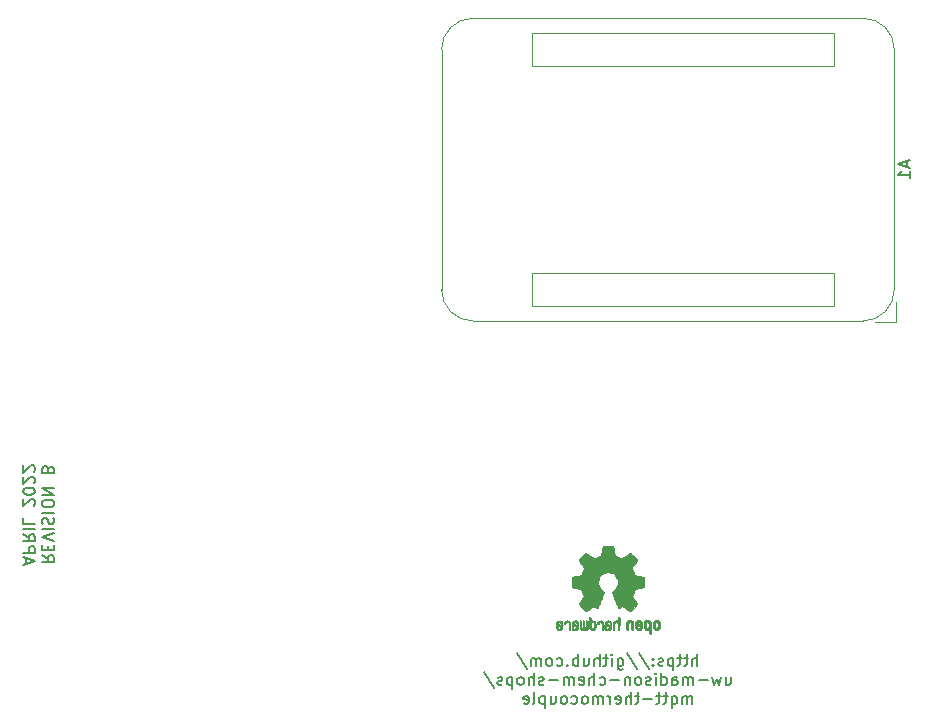
<source format=gbr>
%TF.GenerationSoftware,KiCad,Pcbnew,6.0.4+dfsg-1+b1*%
%TF.CreationDate,2022-04-22T12:30:22-05:00*%
%TF.ProjectId,mqtt-thermocouple,6d717474-2d74-4686-9572-6d6f636f7570,B*%
%TF.SameCoordinates,Original*%
%TF.FileFunction,Legend,Bot*%
%TF.FilePolarity,Positive*%
%FSLAX46Y46*%
G04 Gerber Fmt 4.6, Leading zero omitted, Abs format (unit mm)*
G04 Created by KiCad (PCBNEW 6.0.4+dfsg-1+b1) date 2022-04-22 12:30:22*
%MOMM*%
%LPD*%
G01*
G04 APERTURE LIST*
%ADD10C,0.150000*%
%ADD11C,0.120000*%
%ADD12C,0.010000*%
G04 APERTURE END LIST*
D10*
X51152619Y-93622380D02*
X51628809Y-93955714D01*
X51152619Y-94193809D02*
X52152619Y-94193809D01*
X52152619Y-93812857D01*
X52105000Y-93717619D01*
X52057380Y-93670000D01*
X51962142Y-93622380D01*
X51819285Y-93622380D01*
X51724047Y-93670000D01*
X51676428Y-93717619D01*
X51628809Y-93812857D01*
X51628809Y-94193809D01*
X51676428Y-93193809D02*
X51676428Y-92860476D01*
X51152619Y-92717619D02*
X51152619Y-93193809D01*
X52152619Y-93193809D01*
X52152619Y-92717619D01*
X52152619Y-92431904D02*
X51152619Y-92098571D01*
X52152619Y-91765238D01*
X51152619Y-91431904D02*
X52152619Y-91431904D01*
X51200238Y-91003333D02*
X51152619Y-90860476D01*
X51152619Y-90622380D01*
X51200238Y-90527142D01*
X51247857Y-90479523D01*
X51343095Y-90431904D01*
X51438333Y-90431904D01*
X51533571Y-90479523D01*
X51581190Y-90527142D01*
X51628809Y-90622380D01*
X51676428Y-90812857D01*
X51724047Y-90908095D01*
X51771666Y-90955714D01*
X51866904Y-91003333D01*
X51962142Y-91003333D01*
X52057380Y-90955714D01*
X52105000Y-90908095D01*
X52152619Y-90812857D01*
X52152619Y-90574761D01*
X52105000Y-90431904D01*
X51152619Y-90003333D02*
X52152619Y-90003333D01*
X52152619Y-89336666D02*
X52152619Y-89146190D01*
X52105000Y-89050952D01*
X52009761Y-88955714D01*
X51819285Y-88908095D01*
X51485952Y-88908095D01*
X51295476Y-88955714D01*
X51200238Y-89050952D01*
X51152619Y-89146190D01*
X51152619Y-89336666D01*
X51200238Y-89431904D01*
X51295476Y-89527142D01*
X51485952Y-89574761D01*
X51819285Y-89574761D01*
X52009761Y-89527142D01*
X52105000Y-89431904D01*
X52152619Y-89336666D01*
X51152619Y-88479523D02*
X52152619Y-88479523D01*
X51152619Y-87908095D01*
X52152619Y-87908095D01*
X51676428Y-86336666D02*
X51628809Y-86193809D01*
X51581190Y-86146190D01*
X51485952Y-86098571D01*
X51343095Y-86098571D01*
X51247857Y-86146190D01*
X51200238Y-86193809D01*
X51152619Y-86289047D01*
X51152619Y-86670000D01*
X52152619Y-86670000D01*
X52152619Y-86336666D01*
X52105000Y-86241428D01*
X52057380Y-86193809D01*
X51962142Y-86146190D01*
X51866904Y-86146190D01*
X51771666Y-86193809D01*
X51724047Y-86241428D01*
X51676428Y-86336666D01*
X51676428Y-86670000D01*
X49828333Y-94336666D02*
X49828333Y-93860476D01*
X49542619Y-94431904D02*
X50542619Y-94098571D01*
X49542619Y-93765238D01*
X49542619Y-93431904D02*
X50542619Y-93431904D01*
X50542619Y-93050952D01*
X50495000Y-92955714D01*
X50447380Y-92908095D01*
X50352142Y-92860476D01*
X50209285Y-92860476D01*
X50114047Y-92908095D01*
X50066428Y-92955714D01*
X50018809Y-93050952D01*
X50018809Y-93431904D01*
X49542619Y-91860476D02*
X50018809Y-92193809D01*
X49542619Y-92431904D02*
X50542619Y-92431904D01*
X50542619Y-92050952D01*
X50495000Y-91955714D01*
X50447380Y-91908095D01*
X50352142Y-91860476D01*
X50209285Y-91860476D01*
X50114047Y-91908095D01*
X50066428Y-91955714D01*
X50018809Y-92050952D01*
X50018809Y-92431904D01*
X49542619Y-91431904D02*
X50542619Y-91431904D01*
X49542619Y-90479523D02*
X49542619Y-90955714D01*
X50542619Y-90955714D01*
X50447380Y-89431904D02*
X50495000Y-89384285D01*
X50542619Y-89289047D01*
X50542619Y-89050952D01*
X50495000Y-88955714D01*
X50447380Y-88908095D01*
X50352142Y-88860476D01*
X50256904Y-88860476D01*
X50114047Y-88908095D01*
X49542619Y-89479523D01*
X49542619Y-88860476D01*
X50542619Y-88241428D02*
X50542619Y-88146190D01*
X50495000Y-88050952D01*
X50447380Y-88003333D01*
X50352142Y-87955714D01*
X50161666Y-87908095D01*
X49923571Y-87908095D01*
X49733095Y-87955714D01*
X49637857Y-88003333D01*
X49590238Y-88050952D01*
X49542619Y-88146190D01*
X49542619Y-88241428D01*
X49590238Y-88336666D01*
X49637857Y-88384285D01*
X49733095Y-88431904D01*
X49923571Y-88479523D01*
X50161666Y-88479523D01*
X50352142Y-88431904D01*
X50447380Y-88384285D01*
X50495000Y-88336666D01*
X50542619Y-88241428D01*
X50447380Y-87527142D02*
X50495000Y-87479523D01*
X50542619Y-87384285D01*
X50542619Y-87146190D01*
X50495000Y-87050952D01*
X50447380Y-87003333D01*
X50352142Y-86955714D01*
X50256904Y-86955714D01*
X50114047Y-87003333D01*
X49542619Y-87574761D01*
X49542619Y-86955714D01*
X50447380Y-86574761D02*
X50495000Y-86527142D01*
X50542619Y-86431904D01*
X50542619Y-86193809D01*
X50495000Y-86098571D01*
X50447380Y-86050952D01*
X50352142Y-86003333D01*
X50256904Y-86003333D01*
X50114047Y-86050952D01*
X49542619Y-86622380D01*
X49542619Y-86003333D01*
X106631428Y-102982380D02*
X106631428Y-101982380D01*
X106202857Y-102982380D02*
X106202857Y-102458571D01*
X106250476Y-102363333D01*
X106345714Y-102315714D01*
X106488571Y-102315714D01*
X106583809Y-102363333D01*
X106631428Y-102410952D01*
X105869523Y-102315714D02*
X105488571Y-102315714D01*
X105726666Y-101982380D02*
X105726666Y-102839523D01*
X105679047Y-102934761D01*
X105583809Y-102982380D01*
X105488571Y-102982380D01*
X105298095Y-102315714D02*
X104917142Y-102315714D01*
X105155238Y-101982380D02*
X105155238Y-102839523D01*
X105107619Y-102934761D01*
X105012380Y-102982380D01*
X104917142Y-102982380D01*
X104583809Y-102315714D02*
X104583809Y-103315714D01*
X104583809Y-102363333D02*
X104488571Y-102315714D01*
X104298095Y-102315714D01*
X104202857Y-102363333D01*
X104155238Y-102410952D01*
X104107619Y-102506190D01*
X104107619Y-102791904D01*
X104155238Y-102887142D01*
X104202857Y-102934761D01*
X104298095Y-102982380D01*
X104488571Y-102982380D01*
X104583809Y-102934761D01*
X103726666Y-102934761D02*
X103631428Y-102982380D01*
X103440952Y-102982380D01*
X103345714Y-102934761D01*
X103298095Y-102839523D01*
X103298095Y-102791904D01*
X103345714Y-102696666D01*
X103440952Y-102649047D01*
X103583809Y-102649047D01*
X103679047Y-102601428D01*
X103726666Y-102506190D01*
X103726666Y-102458571D01*
X103679047Y-102363333D01*
X103583809Y-102315714D01*
X103440952Y-102315714D01*
X103345714Y-102363333D01*
X102869523Y-102887142D02*
X102821904Y-102934761D01*
X102869523Y-102982380D01*
X102917142Y-102934761D01*
X102869523Y-102887142D01*
X102869523Y-102982380D01*
X102869523Y-102363333D02*
X102821904Y-102410952D01*
X102869523Y-102458571D01*
X102917142Y-102410952D01*
X102869523Y-102363333D01*
X102869523Y-102458571D01*
X101679047Y-101934761D02*
X102536190Y-103220476D01*
X100631428Y-101934761D02*
X101488571Y-103220476D01*
X99869523Y-102315714D02*
X99869523Y-103125238D01*
X99917142Y-103220476D01*
X99964761Y-103268095D01*
X100060000Y-103315714D01*
X100202857Y-103315714D01*
X100298095Y-103268095D01*
X99869523Y-102934761D02*
X99964761Y-102982380D01*
X100155238Y-102982380D01*
X100250476Y-102934761D01*
X100298095Y-102887142D01*
X100345714Y-102791904D01*
X100345714Y-102506190D01*
X100298095Y-102410952D01*
X100250476Y-102363333D01*
X100155238Y-102315714D01*
X99964761Y-102315714D01*
X99869523Y-102363333D01*
X99393333Y-102982380D02*
X99393333Y-102315714D01*
X99393333Y-101982380D02*
X99440952Y-102030000D01*
X99393333Y-102077619D01*
X99345714Y-102030000D01*
X99393333Y-101982380D01*
X99393333Y-102077619D01*
X99060000Y-102315714D02*
X98679047Y-102315714D01*
X98917142Y-101982380D02*
X98917142Y-102839523D01*
X98869523Y-102934761D01*
X98774285Y-102982380D01*
X98679047Y-102982380D01*
X98345714Y-102982380D02*
X98345714Y-101982380D01*
X97917142Y-102982380D02*
X97917142Y-102458571D01*
X97964761Y-102363333D01*
X98060000Y-102315714D01*
X98202857Y-102315714D01*
X98298095Y-102363333D01*
X98345714Y-102410952D01*
X97012380Y-102315714D02*
X97012380Y-102982380D01*
X97440952Y-102315714D02*
X97440952Y-102839523D01*
X97393333Y-102934761D01*
X97298095Y-102982380D01*
X97155238Y-102982380D01*
X97060000Y-102934761D01*
X97012380Y-102887142D01*
X96536190Y-102982380D02*
X96536190Y-101982380D01*
X96536190Y-102363333D02*
X96440952Y-102315714D01*
X96250476Y-102315714D01*
X96155238Y-102363333D01*
X96107619Y-102410952D01*
X96060000Y-102506190D01*
X96060000Y-102791904D01*
X96107619Y-102887142D01*
X96155238Y-102934761D01*
X96250476Y-102982380D01*
X96440952Y-102982380D01*
X96536190Y-102934761D01*
X95631428Y-102887142D02*
X95583809Y-102934761D01*
X95631428Y-102982380D01*
X95679047Y-102934761D01*
X95631428Y-102887142D01*
X95631428Y-102982380D01*
X94726666Y-102934761D02*
X94821904Y-102982380D01*
X95012380Y-102982380D01*
X95107619Y-102934761D01*
X95155238Y-102887142D01*
X95202857Y-102791904D01*
X95202857Y-102506190D01*
X95155238Y-102410952D01*
X95107619Y-102363333D01*
X95012380Y-102315714D01*
X94821904Y-102315714D01*
X94726666Y-102363333D01*
X94155238Y-102982380D02*
X94250476Y-102934761D01*
X94298095Y-102887142D01*
X94345714Y-102791904D01*
X94345714Y-102506190D01*
X94298095Y-102410952D01*
X94250476Y-102363333D01*
X94155238Y-102315714D01*
X94012380Y-102315714D01*
X93917142Y-102363333D01*
X93869523Y-102410952D01*
X93821904Y-102506190D01*
X93821904Y-102791904D01*
X93869523Y-102887142D01*
X93917142Y-102934761D01*
X94012380Y-102982380D01*
X94155238Y-102982380D01*
X93393333Y-102982380D02*
X93393333Y-102315714D01*
X93393333Y-102410952D02*
X93345714Y-102363333D01*
X93250476Y-102315714D01*
X93107619Y-102315714D01*
X93012380Y-102363333D01*
X92964761Y-102458571D01*
X92964761Y-102982380D01*
X92964761Y-102458571D02*
X92917142Y-102363333D01*
X92821904Y-102315714D01*
X92679047Y-102315714D01*
X92583809Y-102363333D01*
X92536190Y-102458571D01*
X92536190Y-102982380D01*
X91345714Y-101934761D02*
X92202857Y-103220476D01*
X109012380Y-103925714D02*
X109012380Y-104592380D01*
X109440952Y-103925714D02*
X109440952Y-104449523D01*
X109393333Y-104544761D01*
X109298095Y-104592380D01*
X109155238Y-104592380D01*
X109060000Y-104544761D01*
X109012380Y-104497142D01*
X108631428Y-103925714D02*
X108440952Y-104592380D01*
X108250476Y-104116190D01*
X108060000Y-104592380D01*
X107869523Y-103925714D01*
X107488571Y-104211428D02*
X106726666Y-104211428D01*
X106250476Y-104592380D02*
X106250476Y-103925714D01*
X106250476Y-104020952D02*
X106202857Y-103973333D01*
X106107619Y-103925714D01*
X105964761Y-103925714D01*
X105869523Y-103973333D01*
X105821904Y-104068571D01*
X105821904Y-104592380D01*
X105821904Y-104068571D02*
X105774285Y-103973333D01*
X105679047Y-103925714D01*
X105536190Y-103925714D01*
X105440952Y-103973333D01*
X105393333Y-104068571D01*
X105393333Y-104592380D01*
X104488571Y-104592380D02*
X104488571Y-104068571D01*
X104536190Y-103973333D01*
X104631428Y-103925714D01*
X104821904Y-103925714D01*
X104917142Y-103973333D01*
X104488571Y-104544761D02*
X104583809Y-104592380D01*
X104821904Y-104592380D01*
X104917142Y-104544761D01*
X104964761Y-104449523D01*
X104964761Y-104354285D01*
X104917142Y-104259047D01*
X104821904Y-104211428D01*
X104583809Y-104211428D01*
X104488571Y-104163809D01*
X103583809Y-104592380D02*
X103583809Y-103592380D01*
X103583809Y-104544761D02*
X103679047Y-104592380D01*
X103869523Y-104592380D01*
X103964761Y-104544761D01*
X104012380Y-104497142D01*
X104060000Y-104401904D01*
X104060000Y-104116190D01*
X104012380Y-104020952D01*
X103964761Y-103973333D01*
X103869523Y-103925714D01*
X103679047Y-103925714D01*
X103583809Y-103973333D01*
X103107619Y-104592380D02*
X103107619Y-103925714D01*
X103107619Y-103592380D02*
X103155238Y-103640000D01*
X103107619Y-103687619D01*
X103060000Y-103640000D01*
X103107619Y-103592380D01*
X103107619Y-103687619D01*
X102679047Y-104544761D02*
X102583809Y-104592380D01*
X102393333Y-104592380D01*
X102298095Y-104544761D01*
X102250476Y-104449523D01*
X102250476Y-104401904D01*
X102298095Y-104306666D01*
X102393333Y-104259047D01*
X102536190Y-104259047D01*
X102631428Y-104211428D01*
X102679047Y-104116190D01*
X102679047Y-104068571D01*
X102631428Y-103973333D01*
X102536190Y-103925714D01*
X102393333Y-103925714D01*
X102298095Y-103973333D01*
X101679047Y-104592380D02*
X101774285Y-104544761D01*
X101821904Y-104497142D01*
X101869523Y-104401904D01*
X101869523Y-104116190D01*
X101821904Y-104020952D01*
X101774285Y-103973333D01*
X101679047Y-103925714D01*
X101536190Y-103925714D01*
X101440952Y-103973333D01*
X101393333Y-104020952D01*
X101345714Y-104116190D01*
X101345714Y-104401904D01*
X101393333Y-104497142D01*
X101440952Y-104544761D01*
X101536190Y-104592380D01*
X101679047Y-104592380D01*
X100917142Y-103925714D02*
X100917142Y-104592380D01*
X100917142Y-104020952D02*
X100869523Y-103973333D01*
X100774285Y-103925714D01*
X100631428Y-103925714D01*
X100536190Y-103973333D01*
X100488571Y-104068571D01*
X100488571Y-104592380D01*
X100012380Y-104211428D02*
X99250476Y-104211428D01*
X98345714Y-104544761D02*
X98440952Y-104592380D01*
X98631428Y-104592380D01*
X98726666Y-104544761D01*
X98774285Y-104497142D01*
X98821904Y-104401904D01*
X98821904Y-104116190D01*
X98774285Y-104020952D01*
X98726666Y-103973333D01*
X98631428Y-103925714D01*
X98440952Y-103925714D01*
X98345714Y-103973333D01*
X97917142Y-104592380D02*
X97917142Y-103592380D01*
X97488571Y-104592380D02*
X97488571Y-104068571D01*
X97536190Y-103973333D01*
X97631428Y-103925714D01*
X97774285Y-103925714D01*
X97869523Y-103973333D01*
X97917142Y-104020952D01*
X96631428Y-104544761D02*
X96726666Y-104592380D01*
X96917142Y-104592380D01*
X97012380Y-104544761D01*
X97060000Y-104449523D01*
X97060000Y-104068571D01*
X97012380Y-103973333D01*
X96917142Y-103925714D01*
X96726666Y-103925714D01*
X96631428Y-103973333D01*
X96583809Y-104068571D01*
X96583809Y-104163809D01*
X97060000Y-104259047D01*
X96155238Y-104592380D02*
X96155238Y-103925714D01*
X96155238Y-104020952D02*
X96107619Y-103973333D01*
X96012380Y-103925714D01*
X95869523Y-103925714D01*
X95774285Y-103973333D01*
X95726666Y-104068571D01*
X95726666Y-104592380D01*
X95726666Y-104068571D02*
X95679047Y-103973333D01*
X95583809Y-103925714D01*
X95440952Y-103925714D01*
X95345714Y-103973333D01*
X95298095Y-104068571D01*
X95298095Y-104592380D01*
X94821904Y-104211428D02*
X94060000Y-104211428D01*
X93631428Y-104544761D02*
X93536190Y-104592380D01*
X93345714Y-104592380D01*
X93250476Y-104544761D01*
X93202857Y-104449523D01*
X93202857Y-104401904D01*
X93250476Y-104306666D01*
X93345714Y-104259047D01*
X93488571Y-104259047D01*
X93583809Y-104211428D01*
X93631428Y-104116190D01*
X93631428Y-104068571D01*
X93583809Y-103973333D01*
X93488571Y-103925714D01*
X93345714Y-103925714D01*
X93250476Y-103973333D01*
X92774285Y-104592380D02*
X92774285Y-103592380D01*
X92345714Y-104592380D02*
X92345714Y-104068571D01*
X92393333Y-103973333D01*
X92488571Y-103925714D01*
X92631428Y-103925714D01*
X92726666Y-103973333D01*
X92774285Y-104020952D01*
X91726666Y-104592380D02*
X91821904Y-104544761D01*
X91869523Y-104497142D01*
X91917142Y-104401904D01*
X91917142Y-104116190D01*
X91869523Y-104020952D01*
X91821904Y-103973333D01*
X91726666Y-103925714D01*
X91583809Y-103925714D01*
X91488571Y-103973333D01*
X91440952Y-104020952D01*
X91393333Y-104116190D01*
X91393333Y-104401904D01*
X91440952Y-104497142D01*
X91488571Y-104544761D01*
X91583809Y-104592380D01*
X91726666Y-104592380D01*
X90964761Y-103925714D02*
X90964761Y-104925714D01*
X90964761Y-103973333D02*
X90869523Y-103925714D01*
X90679047Y-103925714D01*
X90583809Y-103973333D01*
X90536190Y-104020952D01*
X90488571Y-104116190D01*
X90488571Y-104401904D01*
X90536190Y-104497142D01*
X90583809Y-104544761D01*
X90679047Y-104592380D01*
X90869523Y-104592380D01*
X90964761Y-104544761D01*
X90107619Y-104544761D02*
X90012380Y-104592380D01*
X89821904Y-104592380D01*
X89726666Y-104544761D01*
X89679047Y-104449523D01*
X89679047Y-104401904D01*
X89726666Y-104306666D01*
X89821904Y-104259047D01*
X89964761Y-104259047D01*
X90060000Y-104211428D01*
X90107619Y-104116190D01*
X90107619Y-104068571D01*
X90060000Y-103973333D01*
X89964761Y-103925714D01*
X89821904Y-103925714D01*
X89726666Y-103973333D01*
X88536190Y-103544761D02*
X89393333Y-104830476D01*
X106202857Y-106202380D02*
X106202857Y-105535714D01*
X106202857Y-105630952D02*
X106155238Y-105583333D01*
X106060000Y-105535714D01*
X105917142Y-105535714D01*
X105821904Y-105583333D01*
X105774285Y-105678571D01*
X105774285Y-106202380D01*
X105774285Y-105678571D02*
X105726666Y-105583333D01*
X105631428Y-105535714D01*
X105488571Y-105535714D01*
X105393333Y-105583333D01*
X105345714Y-105678571D01*
X105345714Y-106202380D01*
X104440952Y-105535714D02*
X104440952Y-106535714D01*
X104440952Y-106154761D02*
X104536190Y-106202380D01*
X104726666Y-106202380D01*
X104821904Y-106154761D01*
X104869523Y-106107142D01*
X104917142Y-106011904D01*
X104917142Y-105726190D01*
X104869523Y-105630952D01*
X104821904Y-105583333D01*
X104726666Y-105535714D01*
X104536190Y-105535714D01*
X104440952Y-105583333D01*
X104107619Y-105535714D02*
X103726666Y-105535714D01*
X103964761Y-105202380D02*
X103964761Y-106059523D01*
X103917142Y-106154761D01*
X103821904Y-106202380D01*
X103726666Y-106202380D01*
X103536190Y-105535714D02*
X103155238Y-105535714D01*
X103393333Y-105202380D02*
X103393333Y-106059523D01*
X103345714Y-106154761D01*
X103250476Y-106202380D01*
X103155238Y-106202380D01*
X102821904Y-105821428D02*
X102060000Y-105821428D01*
X101726666Y-105535714D02*
X101345714Y-105535714D01*
X101583809Y-105202380D02*
X101583809Y-106059523D01*
X101536190Y-106154761D01*
X101440952Y-106202380D01*
X101345714Y-106202380D01*
X101012380Y-106202380D02*
X101012380Y-105202380D01*
X100583809Y-106202380D02*
X100583809Y-105678571D01*
X100631428Y-105583333D01*
X100726666Y-105535714D01*
X100869523Y-105535714D01*
X100964761Y-105583333D01*
X101012380Y-105630952D01*
X99726666Y-106154761D02*
X99821904Y-106202380D01*
X100012380Y-106202380D01*
X100107619Y-106154761D01*
X100155238Y-106059523D01*
X100155238Y-105678571D01*
X100107619Y-105583333D01*
X100012380Y-105535714D01*
X99821904Y-105535714D01*
X99726666Y-105583333D01*
X99679047Y-105678571D01*
X99679047Y-105773809D01*
X100155238Y-105869047D01*
X99250476Y-106202380D02*
X99250476Y-105535714D01*
X99250476Y-105726190D02*
X99202857Y-105630952D01*
X99155238Y-105583333D01*
X99060000Y-105535714D01*
X98964761Y-105535714D01*
X98631428Y-106202380D02*
X98631428Y-105535714D01*
X98631428Y-105630952D02*
X98583809Y-105583333D01*
X98488571Y-105535714D01*
X98345714Y-105535714D01*
X98250476Y-105583333D01*
X98202857Y-105678571D01*
X98202857Y-106202380D01*
X98202857Y-105678571D02*
X98155238Y-105583333D01*
X98060000Y-105535714D01*
X97917142Y-105535714D01*
X97821904Y-105583333D01*
X97774285Y-105678571D01*
X97774285Y-106202380D01*
X97155238Y-106202380D02*
X97250476Y-106154761D01*
X97298095Y-106107142D01*
X97345714Y-106011904D01*
X97345714Y-105726190D01*
X97298095Y-105630952D01*
X97250476Y-105583333D01*
X97155238Y-105535714D01*
X97012380Y-105535714D01*
X96917142Y-105583333D01*
X96869523Y-105630952D01*
X96821904Y-105726190D01*
X96821904Y-106011904D01*
X96869523Y-106107142D01*
X96917142Y-106154761D01*
X97012380Y-106202380D01*
X97155238Y-106202380D01*
X95964761Y-106154761D02*
X96060000Y-106202380D01*
X96250476Y-106202380D01*
X96345714Y-106154761D01*
X96393333Y-106107142D01*
X96440952Y-106011904D01*
X96440952Y-105726190D01*
X96393333Y-105630952D01*
X96345714Y-105583333D01*
X96250476Y-105535714D01*
X96060000Y-105535714D01*
X95964761Y-105583333D01*
X95393333Y-106202380D02*
X95488571Y-106154761D01*
X95536190Y-106107142D01*
X95583809Y-106011904D01*
X95583809Y-105726190D01*
X95536190Y-105630952D01*
X95488571Y-105583333D01*
X95393333Y-105535714D01*
X95250476Y-105535714D01*
X95155238Y-105583333D01*
X95107619Y-105630952D01*
X95060000Y-105726190D01*
X95060000Y-106011904D01*
X95107619Y-106107142D01*
X95155238Y-106154761D01*
X95250476Y-106202380D01*
X95393333Y-106202380D01*
X94202857Y-105535714D02*
X94202857Y-106202380D01*
X94631428Y-105535714D02*
X94631428Y-106059523D01*
X94583809Y-106154761D01*
X94488571Y-106202380D01*
X94345714Y-106202380D01*
X94250476Y-106154761D01*
X94202857Y-106107142D01*
X93726666Y-105535714D02*
X93726666Y-106535714D01*
X93726666Y-105583333D02*
X93631428Y-105535714D01*
X93440952Y-105535714D01*
X93345714Y-105583333D01*
X93298095Y-105630952D01*
X93250476Y-105726190D01*
X93250476Y-106011904D01*
X93298095Y-106107142D01*
X93345714Y-106154761D01*
X93440952Y-106202380D01*
X93631428Y-106202380D01*
X93726666Y-106154761D01*
X92679047Y-106202380D02*
X92774285Y-106154761D01*
X92821904Y-106059523D01*
X92821904Y-105202380D01*
X91917142Y-106154761D02*
X92012380Y-106202380D01*
X92202857Y-106202380D01*
X92298095Y-106154761D01*
X92345714Y-106059523D01*
X92345714Y-105678571D01*
X92298095Y-105583333D01*
X92202857Y-105535714D01*
X92012380Y-105535714D01*
X91917142Y-105583333D01*
X91869523Y-105678571D01*
X91869523Y-105773809D01*
X92345714Y-105869047D01*
%TO.C,A1*%
X124356666Y-60245714D02*
X124356666Y-60721904D01*
X124642380Y-60150476D02*
X123642380Y-60483809D01*
X124642380Y-60817142D01*
X124642380Y-61674285D02*
X124642380Y-61102857D01*
X124642380Y-61388571D02*
X123642380Y-61388571D01*
X123785238Y-61293333D01*
X123880476Y-61198095D01*
X123928095Y-61102857D01*
D11*
X120650000Y-48140000D02*
X87630000Y-48140000D01*
X120650000Y-73780000D02*
X87630000Y-73780000D01*
X121690000Y-73910000D02*
X123440000Y-73910000D01*
X123310000Y-71120000D02*
X123310000Y-50800000D01*
X118210000Y-49430000D02*
X118210000Y-52170000D01*
X118210000Y-69750000D02*
X118210000Y-72490000D01*
X92610000Y-72490000D02*
X92610000Y-69750000D01*
X123440000Y-73910000D02*
X123440000Y-72160000D01*
X118210000Y-52170000D02*
X92610000Y-52170000D01*
X92610000Y-52170000D02*
X92610000Y-49430000D01*
X92610000Y-49430000D02*
X118210000Y-49430000D01*
X92610000Y-69750000D02*
X118210000Y-69750000D01*
X118210000Y-72490000D02*
X92610000Y-72490000D01*
X84970000Y-71120000D02*
X84970000Y-50800000D01*
X123310000Y-50800000D02*
G75*
G03*
X120650000Y-48140000I-2660000J0D01*
G01*
X84970000Y-71120000D02*
G75*
G03*
X87630000Y-73780000I2660000J0D01*
G01*
X87630000Y-48140000D02*
G75*
G03*
X84970000Y-50800000I0J-2660000D01*
G01*
X120650000Y-73780000D02*
G75*
G03*
X123310000Y-71120000I0J2660000D01*
G01*
%TO.C,REF\u002A\u002A*%
G36*
X100986372Y-99101684D02*
G01*
X101077629Y-99144569D01*
X101152416Y-99218729D01*
X101167917Y-99241944D01*
X101180774Y-99268256D01*
X101189893Y-99301420D01*
X101196102Y-99347881D01*
X101200233Y-99414082D01*
X101203116Y-99506468D01*
X101205579Y-99631485D01*
X101211697Y-99978278D01*
X101160303Y-99958738D01*
X101113246Y-99940787D01*
X101078015Y-99923511D01*
X101055017Y-99901242D01*
X101041655Y-99867165D01*
X101035328Y-99814463D01*
X101033437Y-99736323D01*
X101033385Y-99625928D01*
X101033117Y-99537935D01*
X101031521Y-99453502D01*
X101027712Y-99395834D01*
X101020820Y-99357988D01*
X101009975Y-99333024D01*
X100994308Y-99314000D01*
X100955792Y-99287153D01*
X100891091Y-99277034D01*
X100827081Y-99302606D01*
X100822856Y-99305880D01*
X100809689Y-99321007D01*
X100799975Y-99345268D01*
X100792903Y-99384650D01*
X100787656Y-99445141D01*
X100783421Y-99532729D01*
X100779385Y-99653402D01*
X100769615Y-99976515D01*
X100603539Y-99902065D01*
X100603539Y-99607062D01*
X100603883Y-99526919D01*
X100606847Y-99415431D01*
X100614351Y-99332421D01*
X100628190Y-99271199D01*
X100650155Y-99225075D01*
X100682039Y-99187358D01*
X100725633Y-99151358D01*
X100788336Y-99115089D01*
X100887117Y-99091412D01*
X100986372Y-99101684D01*
G37*
D12*
X100986372Y-99101684D02*
X101077629Y-99144569D01*
X101152416Y-99218729D01*
X101167917Y-99241944D01*
X101180774Y-99268256D01*
X101189893Y-99301420D01*
X101196102Y-99347881D01*
X101200233Y-99414082D01*
X101203116Y-99506468D01*
X101205579Y-99631485D01*
X101211697Y-99978278D01*
X101160303Y-99958738D01*
X101113246Y-99940787D01*
X101078015Y-99923511D01*
X101055017Y-99901242D01*
X101041655Y-99867165D01*
X101035328Y-99814463D01*
X101033437Y-99736323D01*
X101033385Y-99625928D01*
X101033117Y-99537935D01*
X101031521Y-99453502D01*
X101027712Y-99395834D01*
X101020820Y-99357988D01*
X101009975Y-99333024D01*
X100994308Y-99314000D01*
X100955792Y-99287153D01*
X100891091Y-99277034D01*
X100827081Y-99302606D01*
X100822856Y-99305880D01*
X100809689Y-99321007D01*
X100799975Y-99345268D01*
X100792903Y-99384650D01*
X100787656Y-99445141D01*
X100783421Y-99532729D01*
X100779385Y-99653402D01*
X100769615Y-99976515D01*
X100603539Y-99902065D01*
X100603539Y-99607062D01*
X100603883Y-99526919D01*
X100606847Y-99415431D01*
X100614351Y-99332421D01*
X100628190Y-99271199D01*
X100650155Y-99225075D01*
X100682039Y-99187358D01*
X100725633Y-99151358D01*
X100788336Y-99115089D01*
X100887117Y-99091412D01*
X100986372Y-99101684D01*
G36*
X99180458Y-99159228D02*
G01*
X99247622Y-99198389D01*
X99277169Y-99228902D01*
X99333948Y-99320110D01*
X99353077Y-99419548D01*
X99353077Y-99487960D01*
X99290191Y-99461518D01*
X99246700Y-99434837D01*
X99212426Y-99379446D01*
X99208907Y-99368024D01*
X99171028Y-99309838D01*
X99113936Y-99278407D01*
X99048383Y-99277058D01*
X98985117Y-99309116D01*
X98975672Y-99317383D01*
X98944087Y-99353311D01*
X98938871Y-99384635D01*
X98962765Y-99415391D01*
X99018510Y-99449617D01*
X99108846Y-99491350D01*
X99114956Y-99493993D01*
X99215241Y-99540755D01*
X99283735Y-99582181D01*
X99325899Y-99623542D01*
X99347193Y-99670111D01*
X99353077Y-99727160D01*
X99345366Y-99790408D01*
X99306430Y-99871364D01*
X99237932Y-99929522D01*
X99188388Y-99946983D01*
X99118469Y-99956537D01*
X99050575Y-99954496D01*
X99002093Y-99940082D01*
X98996943Y-99936493D01*
X98983267Y-99911416D01*
X98992757Y-99867218D01*
X99009246Y-99832527D01*
X99035687Y-99818084D01*
X99085834Y-99818803D01*
X99155453Y-99814660D01*
X99200943Y-99786054D01*
X99216308Y-99733104D01*
X99216294Y-99731582D01*
X99206983Y-99700845D01*
X99175311Y-99672643D01*
X99113731Y-99640136D01*
X99029986Y-99600998D01*
X98974518Y-99579706D01*
X98942497Y-99581079D01*
X98927534Y-99609203D01*
X98923242Y-99668170D01*
X98923231Y-99762068D01*
X98922752Y-99820031D01*
X98920556Y-99891612D01*
X98916986Y-99940606D01*
X98912491Y-99958769D01*
X98911290Y-99958646D01*
X98885319Y-99948802D01*
X98842305Y-99928028D01*
X98782859Y-99897287D01*
X98789923Y-99620298D01*
X98790414Y-99601928D01*
X98796025Y-99472992D01*
X98805938Y-99375814D01*
X98822175Y-99303925D01*
X98846759Y-99250852D01*
X98881715Y-99210127D01*
X98929064Y-99175279D01*
X98929940Y-99174733D01*
X99006499Y-99146303D01*
X99095044Y-99141500D01*
X99180458Y-99159228D01*
G37*
X99180458Y-99159228D02*
X99247622Y-99198389D01*
X99277169Y-99228902D01*
X99333948Y-99320110D01*
X99353077Y-99419548D01*
X99353077Y-99487960D01*
X99290191Y-99461518D01*
X99246700Y-99434837D01*
X99212426Y-99379446D01*
X99208907Y-99368024D01*
X99171028Y-99309838D01*
X99113936Y-99278407D01*
X99048383Y-99277058D01*
X98985117Y-99309116D01*
X98975672Y-99317383D01*
X98944087Y-99353311D01*
X98938871Y-99384635D01*
X98962765Y-99415391D01*
X99018510Y-99449617D01*
X99108846Y-99491350D01*
X99114956Y-99493993D01*
X99215241Y-99540755D01*
X99283735Y-99582181D01*
X99325899Y-99623542D01*
X99347193Y-99670111D01*
X99353077Y-99727160D01*
X99345366Y-99790408D01*
X99306430Y-99871364D01*
X99237932Y-99929522D01*
X99188388Y-99946983D01*
X99118469Y-99956537D01*
X99050575Y-99954496D01*
X99002093Y-99940082D01*
X98996943Y-99936493D01*
X98983267Y-99911416D01*
X98992757Y-99867218D01*
X99009246Y-99832527D01*
X99035687Y-99818084D01*
X99085834Y-99818803D01*
X99155453Y-99814660D01*
X99200943Y-99786054D01*
X99216308Y-99733104D01*
X99216294Y-99731582D01*
X99206983Y-99700845D01*
X99175311Y-99672643D01*
X99113731Y-99640136D01*
X99029986Y-99600998D01*
X98974518Y-99579706D01*
X98942497Y-99581079D01*
X98927534Y-99609203D01*
X98923242Y-99668170D01*
X98923231Y-99762068D01*
X98922752Y-99820031D01*
X98920556Y-99891612D01*
X98916986Y-99940606D01*
X98912491Y-99958769D01*
X98911290Y-99958646D01*
X98885319Y-99948802D01*
X98842305Y-99928028D01*
X98782859Y-99897287D01*
X98789923Y-99620298D01*
X98790414Y-99601928D01*
X98796025Y-99472992D01*
X98805938Y-99375814D01*
X98822175Y-99303925D01*
X98846759Y-99250852D01*
X98881715Y-99210127D01*
X98929064Y-99175279D01*
X98929940Y-99174733D01*
X99006499Y-99146303D01*
X99095044Y-99141500D01*
X99180458Y-99159228D01*
G36*
X103456135Y-99550105D02*
G01*
X103455076Y-99644584D01*
X103451436Y-99710414D01*
X103443892Y-99756394D01*
X103431122Y-99791321D01*
X103411803Y-99823995D01*
X103407050Y-99830775D01*
X103356759Y-99884231D01*
X103299457Y-99924547D01*
X103270032Y-99937629D01*
X103164299Y-99959450D01*
X103059734Y-99945336D01*
X102963368Y-99897105D01*
X102882235Y-99816579D01*
X102875385Y-99805791D01*
X102853097Y-99743153D01*
X102838079Y-99655935D01*
X102830792Y-99555210D01*
X102831611Y-99462037D01*
X103028796Y-99462037D01*
X103030349Y-99591114D01*
X103030974Y-99599420D01*
X103040077Y-99670643D01*
X103056288Y-99715809D01*
X103083660Y-99746752D01*
X103129553Y-99775737D01*
X103174942Y-99777261D01*
X103221692Y-99743846D01*
X103229824Y-99735053D01*
X103245754Y-99708741D01*
X103255159Y-99670520D01*
X103259632Y-99611349D01*
X103260769Y-99522182D01*
X103258822Y-99438664D01*
X103249105Y-99359095D01*
X103229047Y-99308808D01*
X103196240Y-99282513D01*
X103148280Y-99274923D01*
X103130016Y-99276432D01*
X103078848Y-99304107D01*
X103045035Y-99366172D01*
X103028796Y-99462037D01*
X102831611Y-99462037D01*
X102831699Y-99452052D01*
X102841262Y-99357533D01*
X102859943Y-99282727D01*
X102883951Y-99232905D01*
X102951536Y-99155409D01*
X103043114Y-99107256D01*
X103155213Y-99090703D01*
X103185151Y-99091599D01*
X103273315Y-99109929D01*
X103345733Y-99156104D01*
X103412192Y-99235648D01*
X103416147Y-99241548D01*
X103434040Y-99273288D01*
X103445678Y-99309163D01*
X103452371Y-99357906D01*
X103455426Y-99428249D01*
X103456106Y-99522182D01*
X103456154Y-99528923D01*
X103456135Y-99550105D01*
G37*
X103456135Y-99550105D02*
X103455076Y-99644584D01*
X103451436Y-99710414D01*
X103443892Y-99756394D01*
X103431122Y-99791321D01*
X103411803Y-99823995D01*
X103407050Y-99830775D01*
X103356759Y-99884231D01*
X103299457Y-99924547D01*
X103270032Y-99937629D01*
X103164299Y-99959450D01*
X103059734Y-99945336D01*
X102963368Y-99897105D01*
X102882235Y-99816579D01*
X102875385Y-99805791D01*
X102853097Y-99743153D01*
X102838079Y-99655935D01*
X102830792Y-99555210D01*
X102831611Y-99462037D01*
X103028796Y-99462037D01*
X103030349Y-99591114D01*
X103030974Y-99599420D01*
X103040077Y-99670643D01*
X103056288Y-99715809D01*
X103083660Y-99746752D01*
X103129553Y-99775737D01*
X103174942Y-99777261D01*
X103221692Y-99743846D01*
X103229824Y-99735053D01*
X103245754Y-99708741D01*
X103255159Y-99670520D01*
X103259632Y-99611349D01*
X103260769Y-99522182D01*
X103258822Y-99438664D01*
X103249105Y-99359095D01*
X103229047Y-99308808D01*
X103196240Y-99282513D01*
X103148280Y-99274923D01*
X103130016Y-99276432D01*
X103078848Y-99304107D01*
X103045035Y-99366172D01*
X103028796Y-99462037D01*
X102831611Y-99462037D01*
X102831699Y-99452052D01*
X102841262Y-99357533D01*
X102859943Y-99282727D01*
X102883951Y-99232905D01*
X102951536Y-99155409D01*
X103043114Y-99107256D01*
X103155213Y-99090703D01*
X103185151Y-99091599D01*
X103273315Y-99109929D01*
X103345733Y-99156104D01*
X103412192Y-99235648D01*
X103416147Y-99241548D01*
X103434040Y-99273288D01*
X103445678Y-99309163D01*
X103452371Y-99357906D01*
X103455426Y-99428249D01*
X103456106Y-99522182D01*
X103456154Y-99528923D01*
X103456135Y-99550105D01*
G36*
X98531892Y-99167167D02*
G01*
X98538060Y-99170581D01*
X98588447Y-99209692D01*
X98633498Y-99259975D01*
X98641355Y-99271339D01*
X98656376Y-99297860D01*
X98667107Y-99329336D01*
X98674486Y-99372591D01*
X98679452Y-99434449D01*
X98682942Y-99521733D01*
X98685893Y-99641269D01*
X98686311Y-99661478D01*
X98687654Y-99792499D01*
X98685761Y-99885296D01*
X98680605Y-99940507D01*
X98672158Y-99958769D01*
X98646594Y-99953301D01*
X98603166Y-99936733D01*
X98592940Y-99931888D01*
X98576967Y-99920920D01*
X98565954Y-99902890D01*
X98558750Y-99871396D01*
X98554208Y-99820036D01*
X98551180Y-99742410D01*
X98548516Y-99632115D01*
X98547785Y-99599875D01*
X98544965Y-99498050D01*
X98541304Y-99426788D01*
X98535694Y-99379332D01*
X98527029Y-99348925D01*
X98514202Y-99328810D01*
X98496105Y-99312229D01*
X98442525Y-99283161D01*
X98376612Y-99277564D01*
X98317635Y-99299807D01*
X98275203Y-99345859D01*
X98258923Y-99411692D01*
X98258470Y-99429587D01*
X98249578Y-99461982D01*
X98223325Y-99466925D01*
X98171919Y-99447633D01*
X98160013Y-99441446D01*
X98127835Y-99405058D01*
X98127198Y-99350954D01*
X98157856Y-99276128D01*
X98185978Y-99235350D01*
X98257883Y-99177421D01*
X98346638Y-99144670D01*
X98441542Y-99140212D01*
X98531892Y-99167167D01*
G37*
X98531892Y-99167167D02*
X98538060Y-99170581D01*
X98588447Y-99209692D01*
X98633498Y-99259975D01*
X98641355Y-99271339D01*
X98656376Y-99297860D01*
X98667107Y-99329336D01*
X98674486Y-99372591D01*
X98679452Y-99434449D01*
X98682942Y-99521733D01*
X98685893Y-99641269D01*
X98686311Y-99661478D01*
X98687654Y-99792499D01*
X98685761Y-99885296D01*
X98680605Y-99940507D01*
X98672158Y-99958769D01*
X98646594Y-99953301D01*
X98603166Y-99936733D01*
X98592940Y-99931888D01*
X98576967Y-99920920D01*
X98565954Y-99902890D01*
X98558750Y-99871396D01*
X98554208Y-99820036D01*
X98551180Y-99742410D01*
X98548516Y-99632115D01*
X98547785Y-99599875D01*
X98544965Y-99498050D01*
X98541304Y-99426788D01*
X98535694Y-99379332D01*
X98527029Y-99348925D01*
X98514202Y-99328810D01*
X98496105Y-99312229D01*
X98442525Y-99283161D01*
X98376612Y-99277564D01*
X98317635Y-99299807D01*
X98275203Y-99345859D01*
X98258923Y-99411692D01*
X98258470Y-99429587D01*
X98249578Y-99461982D01*
X98223325Y-99466925D01*
X98171919Y-99447633D01*
X98160013Y-99441446D01*
X98127835Y-99405058D01*
X98127198Y-99350954D01*
X98157856Y-99276128D01*
X98185978Y-99235350D01*
X98257883Y-99177421D01*
X98346638Y-99144670D01*
X98441542Y-99140212D01*
X98531892Y-99167167D01*
G36*
X98022839Y-99624652D02*
G01*
X98011810Y-99728507D01*
X97987814Y-99806333D01*
X97948043Y-99865760D01*
X97889688Y-99914418D01*
X97834100Y-99942546D01*
X97740751Y-99958199D01*
X97647530Y-99941084D01*
X97563272Y-99893388D01*
X97496818Y-99817294D01*
X97488793Y-99803262D01*
X97478196Y-99778679D01*
X97470335Y-99747309D01*
X97464807Y-99703769D01*
X97461206Y-99642678D01*
X97459128Y-99558655D01*
X97459064Y-99551200D01*
X97594615Y-99551200D01*
X97595077Y-99622316D01*
X97597999Y-99686641D01*
X97605221Y-99728166D01*
X97618561Y-99756067D01*
X97639836Y-99779517D01*
X97644821Y-99784025D01*
X97708863Y-99817295D01*
X97776625Y-99813890D01*
X97839734Y-99774042D01*
X97858526Y-99753398D01*
X97874254Y-99726029D01*
X97883039Y-99688192D01*
X97886859Y-99630355D01*
X97887692Y-99542986D01*
X97887281Y-99476319D01*
X97884434Y-99411245D01*
X97877256Y-99369251D01*
X97863889Y-99341063D01*
X97842472Y-99317406D01*
X97829890Y-99306753D01*
X97764699Y-99278057D01*
X97696400Y-99282575D01*
X97637098Y-99320144D01*
X97624333Y-99335040D01*
X97608764Y-99363089D01*
X97599762Y-99402258D01*
X97595617Y-99461858D01*
X97594615Y-99551200D01*
X97459064Y-99551200D01*
X97458167Y-99446320D01*
X97457919Y-99300289D01*
X97457846Y-98846963D01*
X97521346Y-98873564D01*
X97538136Y-98880845D01*
X97564859Y-98897287D01*
X97580156Y-98922187D01*
X97588563Y-98965732D01*
X97594615Y-99038106D01*
X97600144Y-99103089D01*
X97607450Y-99145750D01*
X97617918Y-99161670D01*
X97633692Y-99157400D01*
X97673890Y-99142397D01*
X97745728Y-99138678D01*
X97823010Y-99152572D01*
X97889688Y-99182505D01*
X97926371Y-99210211D01*
X97973472Y-99264269D01*
X98003638Y-99333577D01*
X98019678Y-99425765D01*
X98024191Y-99542986D01*
X98024401Y-99548462D01*
X98022839Y-99624652D01*
G37*
X98022839Y-99624652D02*
X98011810Y-99728507D01*
X97987814Y-99806333D01*
X97948043Y-99865760D01*
X97889688Y-99914418D01*
X97834100Y-99942546D01*
X97740751Y-99958199D01*
X97647530Y-99941084D01*
X97563272Y-99893388D01*
X97496818Y-99817294D01*
X97488793Y-99803262D01*
X97478196Y-99778679D01*
X97470335Y-99747309D01*
X97464807Y-99703769D01*
X97461206Y-99642678D01*
X97459128Y-99558655D01*
X97459064Y-99551200D01*
X97594615Y-99551200D01*
X97595077Y-99622316D01*
X97597999Y-99686641D01*
X97605221Y-99728166D01*
X97618561Y-99756067D01*
X97639836Y-99779517D01*
X97644821Y-99784025D01*
X97708863Y-99817295D01*
X97776625Y-99813890D01*
X97839734Y-99774042D01*
X97858526Y-99753398D01*
X97874254Y-99726029D01*
X97883039Y-99688192D01*
X97886859Y-99630355D01*
X97887692Y-99542986D01*
X97887281Y-99476319D01*
X97884434Y-99411245D01*
X97877256Y-99369251D01*
X97863889Y-99341063D01*
X97842472Y-99317406D01*
X97829890Y-99306753D01*
X97764699Y-99278057D01*
X97696400Y-99282575D01*
X97637098Y-99320144D01*
X97624333Y-99335040D01*
X97608764Y-99363089D01*
X97599762Y-99402258D01*
X97595617Y-99461858D01*
X97594615Y-99551200D01*
X97459064Y-99551200D01*
X97458167Y-99446320D01*
X97457919Y-99300289D01*
X97457846Y-98846963D01*
X97521346Y-98873564D01*
X97538136Y-98880845D01*
X97564859Y-98897287D01*
X97580156Y-98922187D01*
X97588563Y-98965732D01*
X97594615Y-99038106D01*
X97600144Y-99103089D01*
X97607450Y-99145750D01*
X97617918Y-99161670D01*
X97633692Y-99157400D01*
X97673890Y-99142397D01*
X97745728Y-99138678D01*
X97823010Y-99152572D01*
X97889688Y-99182505D01*
X97926371Y-99210211D01*
X97973472Y-99264269D01*
X98003638Y-99333577D01*
X98019678Y-99425765D01*
X98024191Y-99542986D01*
X98024401Y-99548462D01*
X98022839Y-99624652D01*
G36*
X95210413Y-99604449D02*
G01*
X95205641Y-99707047D01*
X95193150Y-99782126D01*
X95170121Y-99837748D01*
X95133732Y-99881975D01*
X95081162Y-99922869D01*
X95047714Y-99941466D01*
X94994098Y-99953991D01*
X94918780Y-99953003D01*
X94876672Y-99949035D01*
X94825879Y-99936920D01*
X94785280Y-99910585D01*
X94738049Y-99861514D01*
X94731738Y-99854346D01*
X94689277Y-99799189D01*
X94669018Y-99751150D01*
X94663846Y-99694184D01*
X94663846Y-99610471D01*
X94722346Y-99632552D01*
X94764994Y-99658364D01*
X94802064Y-99718928D01*
X94809803Y-99738320D01*
X94853074Y-99793235D01*
X94911976Y-99820879D01*
X94976111Y-99818393D01*
X95035077Y-99782923D01*
X95055342Y-99760805D01*
X95073720Y-99727436D01*
X95067971Y-99697117D01*
X95034887Y-99665913D01*
X94971261Y-99629887D01*
X94873885Y-99585103D01*
X94673615Y-99497445D01*
X94668301Y-99410607D01*
X94670299Y-99355296D01*
X94800783Y-99355296D01*
X94810688Y-99389538D01*
X94855756Y-99426096D01*
X94937557Y-99467692D01*
X94951092Y-99473718D01*
X95015818Y-99501753D01*
X95064247Y-99521472D01*
X95086751Y-99528923D01*
X95090161Y-99523438D01*
X95091529Y-99489948D01*
X95086651Y-99436116D01*
X95074364Y-99383473D01*
X95036041Y-99317151D01*
X94980720Y-99279780D01*
X94914640Y-99274721D01*
X94844040Y-99305339D01*
X94824474Y-99320648D01*
X94800783Y-99355296D01*
X94670299Y-99355296D01*
X94670647Y-99345663D01*
X94700186Y-99263590D01*
X94737472Y-99218361D01*
X94814776Y-99167838D01*
X94906478Y-99142316D01*
X95001274Y-99144336D01*
X95087859Y-99176440D01*
X95106920Y-99188767D01*
X95150640Y-99226912D01*
X95180540Y-99275167D01*
X95198968Y-99340710D01*
X95208270Y-99430720D01*
X95209499Y-99489948D01*
X95210794Y-99552376D01*
X95210413Y-99604449D01*
G37*
X95210413Y-99604449D02*
X95205641Y-99707047D01*
X95193150Y-99782126D01*
X95170121Y-99837748D01*
X95133732Y-99881975D01*
X95081162Y-99922869D01*
X95047714Y-99941466D01*
X94994098Y-99953991D01*
X94918780Y-99953003D01*
X94876672Y-99949035D01*
X94825879Y-99936920D01*
X94785280Y-99910585D01*
X94738049Y-99861514D01*
X94731738Y-99854346D01*
X94689277Y-99799189D01*
X94669018Y-99751150D01*
X94663846Y-99694184D01*
X94663846Y-99610471D01*
X94722346Y-99632552D01*
X94764994Y-99658364D01*
X94802064Y-99718928D01*
X94809803Y-99738320D01*
X94853074Y-99793235D01*
X94911976Y-99820879D01*
X94976111Y-99818393D01*
X95035077Y-99782923D01*
X95055342Y-99760805D01*
X95073720Y-99727436D01*
X95067971Y-99697117D01*
X95034887Y-99665913D01*
X94971261Y-99629887D01*
X94873885Y-99585103D01*
X94673615Y-99497445D01*
X94668301Y-99410607D01*
X94670299Y-99355296D01*
X94800783Y-99355296D01*
X94810688Y-99389538D01*
X94855756Y-99426096D01*
X94937557Y-99467692D01*
X94951092Y-99473718D01*
X95015818Y-99501753D01*
X95064247Y-99521472D01*
X95086751Y-99528923D01*
X95090161Y-99523438D01*
X95091529Y-99489948D01*
X95086651Y-99436116D01*
X95074364Y-99383473D01*
X95036041Y-99317151D01*
X94980720Y-99279780D01*
X94914640Y-99274721D01*
X94844040Y-99305339D01*
X94824474Y-99320648D01*
X94800783Y-99355296D01*
X94670299Y-99355296D01*
X94670647Y-99345663D01*
X94700186Y-99263590D01*
X94737472Y-99218361D01*
X94814776Y-99167838D01*
X94906478Y-99142316D01*
X95001274Y-99144336D01*
X95087859Y-99176440D01*
X95106920Y-99188767D01*
X95150640Y-99226912D01*
X95180540Y-99275167D01*
X95198968Y-99340710D01*
X95208270Y-99430720D01*
X95209499Y-99489948D01*
X95210794Y-99552376D01*
X95210413Y-99604449D01*
G36*
X100036923Y-98901806D02*
G01*
X100036923Y-99436455D01*
X100036660Y-99575094D01*
X100035958Y-99699805D01*
X100034883Y-99805557D01*
X100033500Y-99887322D01*
X100031874Y-99940069D01*
X100030070Y-99958769D01*
X100029364Y-99958706D01*
X100005387Y-99951912D01*
X99961685Y-99937320D01*
X99900154Y-99915870D01*
X99900154Y-99640617D01*
X99899763Y-99532466D01*
X99897946Y-99454026D01*
X99893767Y-99400647D01*
X99886286Y-99365256D01*
X99874567Y-99340779D01*
X99857671Y-99320144D01*
X99846152Y-99309170D01*
X99783864Y-99278775D01*
X99715211Y-99281466D01*
X99652298Y-99317406D01*
X99643139Y-99326325D01*
X99628471Y-99344844D01*
X99618433Y-99369326D01*
X99612151Y-99406393D01*
X99608748Y-99462667D01*
X99607349Y-99544771D01*
X99607077Y-99659329D01*
X99606947Y-99717430D01*
X99606099Y-99812993D01*
X99604594Y-99889526D01*
X99602585Y-99940345D01*
X99600223Y-99958769D01*
X99599518Y-99958706D01*
X99575541Y-99951912D01*
X99531839Y-99937320D01*
X99470308Y-99915870D01*
X99470338Y-99639358D01*
X99470384Y-99614742D01*
X99472970Y-99486419D01*
X99480913Y-99389384D01*
X99496155Y-99317057D01*
X99520636Y-99262855D01*
X99556298Y-99220198D01*
X99605082Y-99182505D01*
X99652661Y-99158910D01*
X99728732Y-99140672D01*
X99803556Y-99139636D01*
X99861077Y-99157378D01*
X99865402Y-99159829D01*
X99878738Y-99159566D01*
X99887851Y-99139039D01*
X99894428Y-99091980D01*
X99900154Y-99012120D01*
X99909923Y-98848236D01*
X100036923Y-98901806D01*
G37*
X100036923Y-98901806D02*
X100036923Y-99436455D01*
X100036660Y-99575094D01*
X100035958Y-99699805D01*
X100034883Y-99805557D01*
X100033500Y-99887322D01*
X100031874Y-99940069D01*
X100030070Y-99958769D01*
X100029364Y-99958706D01*
X100005387Y-99951912D01*
X99961685Y-99937320D01*
X99900154Y-99915870D01*
X99900154Y-99640617D01*
X99899763Y-99532466D01*
X99897946Y-99454026D01*
X99893767Y-99400647D01*
X99886286Y-99365256D01*
X99874567Y-99340779D01*
X99857671Y-99320144D01*
X99846152Y-99309170D01*
X99783864Y-99278775D01*
X99715211Y-99281466D01*
X99652298Y-99317406D01*
X99643139Y-99326325D01*
X99628471Y-99344844D01*
X99618433Y-99369326D01*
X99612151Y-99406393D01*
X99608748Y-99462667D01*
X99607349Y-99544771D01*
X99607077Y-99659329D01*
X99606947Y-99717430D01*
X99606099Y-99812993D01*
X99604594Y-99889526D01*
X99602585Y-99940345D01*
X99600223Y-99958769D01*
X99599518Y-99958706D01*
X99575541Y-99951912D01*
X99531839Y-99937320D01*
X99470308Y-99915870D01*
X99470338Y-99639358D01*
X99470384Y-99614742D01*
X99472970Y-99486419D01*
X99480913Y-99389384D01*
X99496155Y-99317057D01*
X99520636Y-99262855D01*
X99556298Y-99220198D01*
X99605082Y-99182505D01*
X99652661Y-99158910D01*
X99728732Y-99140672D01*
X99803556Y-99139636D01*
X99861077Y-99157378D01*
X99865402Y-99159829D01*
X99878738Y-99159566D01*
X99887851Y-99139039D01*
X99894428Y-99091980D01*
X99900154Y-99012120D01*
X99909923Y-98848236D01*
X100036923Y-98901806D01*
G36*
X101964574Y-99621643D02*
G01*
X101961066Y-99653021D01*
X101934927Y-99764705D01*
X101887694Y-99849642D01*
X101815862Y-99914741D01*
X101811802Y-99917428D01*
X101720487Y-99955634D01*
X101625144Y-99959034D01*
X101533274Y-99929939D01*
X101452379Y-99870660D01*
X101389962Y-99783510D01*
X101388914Y-99781409D01*
X101368173Y-99727289D01*
X101352980Y-99665781D01*
X101344921Y-99608039D01*
X101345582Y-99565215D01*
X101356548Y-99548462D01*
X101366290Y-99549480D01*
X101412877Y-99568009D01*
X101465682Y-99602081D01*
X101510603Y-99641522D01*
X101533535Y-99676155D01*
X101557373Y-99723133D01*
X101606230Y-99765862D01*
X101662963Y-99782923D01*
X101683758Y-99777990D01*
X101724804Y-99753157D01*
X101760557Y-99718685D01*
X101775846Y-99687411D01*
X101775842Y-99687295D01*
X101758495Y-99672933D01*
X101712247Y-99647025D01*
X101644067Y-99613210D01*
X101560923Y-99575129D01*
X101560466Y-99574927D01*
X101470138Y-99534709D01*
X101409592Y-99505733D01*
X101372888Y-99483474D01*
X101354086Y-99463407D01*
X101347246Y-99441009D01*
X101346429Y-99411756D01*
X101352113Y-99356363D01*
X101545000Y-99356363D01*
X101564911Y-99373777D01*
X101614521Y-99399872D01*
X101615976Y-99400610D01*
X101674506Y-99428483D01*
X101726868Y-99450719D01*
X101760086Y-99460126D01*
X101773410Y-99447552D01*
X101775846Y-99404468D01*
X101765724Y-99350847D01*
X101730631Y-99302119D01*
X101679823Y-99276856D01*
X101623181Y-99279406D01*
X101570584Y-99314120D01*
X101549910Y-99338107D01*
X101545000Y-99356363D01*
X101352113Y-99356363D01*
X101353622Y-99341654D01*
X101389184Y-99246412D01*
X101448714Y-99171567D01*
X101525746Y-99119745D01*
X101613815Y-99093573D01*
X101706454Y-99095676D01*
X101797198Y-99128681D01*
X101879579Y-99195215D01*
X101925222Y-99261055D01*
X101958008Y-99355036D01*
X101963339Y-99404468D01*
X101970787Y-99473536D01*
X101964574Y-99621643D01*
G37*
X101964574Y-99621643D02*
X101961066Y-99653021D01*
X101934927Y-99764705D01*
X101887694Y-99849642D01*
X101815862Y-99914741D01*
X101811802Y-99917428D01*
X101720487Y-99955634D01*
X101625144Y-99959034D01*
X101533274Y-99929939D01*
X101452379Y-99870660D01*
X101389962Y-99783510D01*
X101388914Y-99781409D01*
X101368173Y-99727289D01*
X101352980Y-99665781D01*
X101344921Y-99608039D01*
X101345582Y-99565215D01*
X101356548Y-99548462D01*
X101366290Y-99549480D01*
X101412877Y-99568009D01*
X101465682Y-99602081D01*
X101510603Y-99641522D01*
X101533535Y-99676155D01*
X101557373Y-99723133D01*
X101606230Y-99765862D01*
X101662963Y-99782923D01*
X101683758Y-99777990D01*
X101724804Y-99753157D01*
X101760557Y-99718685D01*
X101775846Y-99687411D01*
X101775842Y-99687295D01*
X101758495Y-99672933D01*
X101712247Y-99647025D01*
X101644067Y-99613210D01*
X101560923Y-99575129D01*
X101560466Y-99574927D01*
X101470138Y-99534709D01*
X101409592Y-99505733D01*
X101372888Y-99483474D01*
X101354086Y-99463407D01*
X101347246Y-99441009D01*
X101346429Y-99411756D01*
X101352113Y-99356363D01*
X101545000Y-99356363D01*
X101564911Y-99373777D01*
X101614521Y-99399872D01*
X101615976Y-99400610D01*
X101674506Y-99428483D01*
X101726868Y-99450719D01*
X101760086Y-99460126D01*
X101773410Y-99447552D01*
X101775846Y-99404468D01*
X101765724Y-99350847D01*
X101730631Y-99302119D01*
X101679823Y-99276856D01*
X101623181Y-99279406D01*
X101570584Y-99314120D01*
X101549910Y-99338107D01*
X101545000Y-99356363D01*
X101352113Y-99356363D01*
X101353622Y-99341654D01*
X101389184Y-99246412D01*
X101448714Y-99171567D01*
X101525746Y-99119745D01*
X101613815Y-99093573D01*
X101706454Y-99095676D01*
X101797198Y-99128681D01*
X101879579Y-99195215D01*
X101925222Y-99261055D01*
X101958008Y-99355036D01*
X101963339Y-99404468D01*
X101970787Y-99473536D01*
X101964574Y-99621643D01*
G36*
X97247998Y-99144034D02*
G01*
X97290850Y-99160829D01*
X97340615Y-99183503D01*
X97340615Y-99838533D01*
X97278785Y-99900363D01*
X97264662Y-99914228D01*
X97225536Y-99945046D01*
X97186078Y-99955028D01*
X97127362Y-99950433D01*
X97103456Y-99947462D01*
X97041801Y-99941176D01*
X96998692Y-99938672D01*
X96985905Y-99939055D01*
X96933446Y-99943200D01*
X96870022Y-99950433D01*
X96849730Y-99952918D01*
X96798610Y-99953895D01*
X96761207Y-99938462D01*
X96718599Y-99900363D01*
X96656769Y-99838533D01*
X96656769Y-99488343D01*
X96657251Y-99384857D01*
X96658753Y-99286192D01*
X96661089Y-99208068D01*
X96664071Y-99156662D01*
X96667509Y-99138154D01*
X96668230Y-99138204D01*
X96693203Y-99147413D01*
X96735399Y-99167707D01*
X96792549Y-99197261D01*
X96797928Y-99504746D01*
X96803308Y-99812231D01*
X96920539Y-99812231D01*
X96925885Y-99475192D01*
X96927579Y-99383574D01*
X96930005Y-99285649D01*
X96932634Y-99207906D01*
X96935246Y-99156642D01*
X96937623Y-99138154D01*
X96938306Y-99138219D01*
X96961996Y-99145020D01*
X97005546Y-99159604D01*
X97067077Y-99181054D01*
X97067376Y-99477104D01*
X97067676Y-99528532D01*
X97069754Y-99628466D01*
X97073470Y-99711925D01*
X97078430Y-99771377D01*
X97084240Y-99799287D01*
X97105024Y-99814214D01*
X97147440Y-99818825D01*
X97194077Y-99812231D01*
X97199423Y-99475192D01*
X97201336Y-99389546D01*
X97205303Y-99288172D01*
X97210491Y-99208655D01*
X97216499Y-99156736D01*
X97222927Y-99138154D01*
X97247998Y-99144034D01*
G37*
X97247998Y-99144034D02*
X97290850Y-99160829D01*
X97340615Y-99183503D01*
X97340615Y-99838533D01*
X97278785Y-99900363D01*
X97264662Y-99914228D01*
X97225536Y-99945046D01*
X97186078Y-99955028D01*
X97127362Y-99950433D01*
X97103456Y-99947462D01*
X97041801Y-99941176D01*
X96998692Y-99938672D01*
X96985905Y-99939055D01*
X96933446Y-99943200D01*
X96870022Y-99950433D01*
X96849730Y-99952918D01*
X96798610Y-99953895D01*
X96761207Y-99938462D01*
X96718599Y-99900363D01*
X96656769Y-99838533D01*
X96656769Y-99488343D01*
X96657251Y-99384857D01*
X96658753Y-99286192D01*
X96661089Y-99208068D01*
X96664071Y-99156662D01*
X96667509Y-99138154D01*
X96668230Y-99138204D01*
X96693203Y-99147413D01*
X96735399Y-99167707D01*
X96792549Y-99197261D01*
X96797928Y-99504746D01*
X96803308Y-99812231D01*
X96920539Y-99812231D01*
X96925885Y-99475192D01*
X96927579Y-99383574D01*
X96930005Y-99285649D01*
X96932634Y-99207906D01*
X96935246Y-99156642D01*
X96937623Y-99138154D01*
X96938306Y-99138219D01*
X96961996Y-99145020D01*
X97005546Y-99159604D01*
X97067077Y-99181054D01*
X97067376Y-99477104D01*
X97067676Y-99528532D01*
X97069754Y-99628466D01*
X97073470Y-99711925D01*
X97078430Y-99771377D01*
X97084240Y-99799287D01*
X97105024Y-99814214D01*
X97147440Y-99818825D01*
X97194077Y-99812231D01*
X97199423Y-99475192D01*
X97201336Y-99389546D01*
X97205303Y-99288172D01*
X97210491Y-99208655D01*
X97216499Y-99156736D01*
X97222927Y-99138154D01*
X97247998Y-99144034D01*
G36*
X96323936Y-99139911D02*
G01*
X96365807Y-99150547D01*
X96404791Y-99177062D01*
X96454965Y-99226420D01*
X96487232Y-99261279D01*
X96520844Y-99306534D01*
X96536003Y-99348951D01*
X96539539Y-99402768D01*
X96539539Y-99490850D01*
X96479470Y-99459787D01*
X96431867Y-99421936D01*
X96399261Y-99370950D01*
X96393661Y-99357088D01*
X96350992Y-99303358D01*
X96291707Y-99276417D01*
X96227061Y-99279039D01*
X96168308Y-99314000D01*
X96143450Y-99342394D01*
X96128970Y-99378718D01*
X96144470Y-99411046D01*
X96192667Y-99443565D01*
X96276274Y-99480461D01*
X96288962Y-99485557D01*
X96365078Y-99518907D01*
X96430396Y-99551793D01*
X96471953Y-99577769D01*
X96513576Y-99624167D01*
X96541247Y-99698211D01*
X96538310Y-99777670D01*
X96505571Y-99852868D01*
X96443841Y-99914131D01*
X96393858Y-99940210D01*
X96297303Y-99958470D01*
X96243647Y-99956007D01*
X96193976Y-99942687D01*
X96174919Y-99914739D01*
X96182045Y-99868710D01*
X96184118Y-99862624D01*
X96200556Y-99830349D01*
X96227926Y-99818133D01*
X96280068Y-99818950D01*
X96316884Y-99820061D01*
X96359961Y-99810528D01*
X96389475Y-99782026D01*
X96406286Y-99746935D01*
X96408161Y-99710175D01*
X96408074Y-99709961D01*
X96386279Y-99690098D01*
X96339632Y-99661192D01*
X96279278Y-99628886D01*
X96216360Y-99598823D01*
X96162023Y-99576646D01*
X96127410Y-99568000D01*
X96122260Y-99576467D01*
X96115778Y-99616309D01*
X96111339Y-99681371D01*
X96109692Y-99763385D01*
X96109309Y-99820153D01*
X96107505Y-99891648D01*
X96104558Y-99940610D01*
X96100843Y-99958769D01*
X96081424Y-99952667D01*
X96042227Y-99936095D01*
X95992462Y-99913420D01*
X95992462Y-99622509D01*
X95992780Y-99547940D01*
X95995789Y-99434701D01*
X96003454Y-99350692D01*
X96017562Y-99289520D01*
X96039899Y-99244795D01*
X96072253Y-99210124D01*
X96116410Y-99179117D01*
X96172667Y-99153528D01*
X96276540Y-99138154D01*
X96323936Y-99139911D01*
G37*
X96323936Y-99139911D02*
X96365807Y-99150547D01*
X96404791Y-99177062D01*
X96454965Y-99226420D01*
X96487232Y-99261279D01*
X96520844Y-99306534D01*
X96536003Y-99348951D01*
X96539539Y-99402768D01*
X96539539Y-99490850D01*
X96479470Y-99459787D01*
X96431867Y-99421936D01*
X96399261Y-99370950D01*
X96393661Y-99357088D01*
X96350992Y-99303358D01*
X96291707Y-99276417D01*
X96227061Y-99279039D01*
X96168308Y-99314000D01*
X96143450Y-99342394D01*
X96128970Y-99378718D01*
X96144470Y-99411046D01*
X96192667Y-99443565D01*
X96276274Y-99480461D01*
X96288962Y-99485557D01*
X96365078Y-99518907D01*
X96430396Y-99551793D01*
X96471953Y-99577769D01*
X96513576Y-99624167D01*
X96541247Y-99698211D01*
X96538310Y-99777670D01*
X96505571Y-99852868D01*
X96443841Y-99914131D01*
X96393858Y-99940210D01*
X96297303Y-99958470D01*
X96243647Y-99956007D01*
X96193976Y-99942687D01*
X96174919Y-99914739D01*
X96182045Y-99868710D01*
X96184118Y-99862624D01*
X96200556Y-99830349D01*
X96227926Y-99818133D01*
X96280068Y-99818950D01*
X96316884Y-99820061D01*
X96359961Y-99810528D01*
X96389475Y-99782026D01*
X96406286Y-99746935D01*
X96408161Y-99710175D01*
X96408074Y-99709961D01*
X96386279Y-99690098D01*
X96339632Y-99661192D01*
X96279278Y-99628886D01*
X96216360Y-99598823D01*
X96162023Y-99576646D01*
X96127410Y-99568000D01*
X96122260Y-99576467D01*
X96115778Y-99616309D01*
X96111339Y-99681371D01*
X96109692Y-99763385D01*
X96109309Y-99820153D01*
X96107505Y-99891648D01*
X96104558Y-99940610D01*
X96100843Y-99958769D01*
X96081424Y-99952667D01*
X96042227Y-99936095D01*
X95992462Y-99913420D01*
X95992462Y-99622509D01*
X95992780Y-99547940D01*
X95995789Y-99434701D01*
X96003454Y-99350692D01*
X96017562Y-99289520D01*
X96039899Y-99244795D01*
X96072253Y-99210124D01*
X96116410Y-99179117D01*
X96172667Y-99153528D01*
X96276540Y-99138154D01*
X96323936Y-99139911D01*
G36*
X95671501Y-99146476D02*
G01*
X95752167Y-99176440D01*
X95785714Y-99198954D01*
X95819687Y-99231212D01*
X95843919Y-99272246D01*
X95860001Y-99328108D01*
X95869521Y-99404851D01*
X95874068Y-99508525D01*
X95875231Y-99645184D01*
X95875003Y-99715805D01*
X95873860Y-99812308D01*
X95871919Y-99889323D01*
X95869365Y-99940319D01*
X95866381Y-99958769D01*
X95846962Y-99952667D01*
X95807766Y-99936095D01*
X95806589Y-99935558D01*
X95786235Y-99924903D01*
X95772546Y-99910282D01*
X95764199Y-99884673D01*
X95759874Y-99841054D01*
X95758248Y-99772403D01*
X95758000Y-99671698D01*
X95757500Y-99607813D01*
X95752164Y-99487751D01*
X95739945Y-99399809D01*
X95719552Y-99339375D01*
X95689695Y-99301836D01*
X95649082Y-99282581D01*
X95643448Y-99281239D01*
X95567378Y-99280191D01*
X95508052Y-99314271D01*
X95467077Y-99382598D01*
X95459770Y-99402351D01*
X95443114Y-99446066D01*
X95434679Y-99466155D01*
X95417356Y-99463387D01*
X95379525Y-99448365D01*
X95344240Y-99423556D01*
X95328154Y-99376670D01*
X95332952Y-99343087D01*
X95362431Y-99274967D01*
X95410098Y-99211134D01*
X95465839Y-99166988D01*
X95489193Y-99156782D01*
X95577619Y-99139718D01*
X95671501Y-99146476D01*
G37*
X95671501Y-99146476D02*
X95752167Y-99176440D01*
X95785714Y-99198954D01*
X95819687Y-99231212D01*
X95843919Y-99272246D01*
X95860001Y-99328108D01*
X95869521Y-99404851D01*
X95874068Y-99508525D01*
X95875231Y-99645184D01*
X95875003Y-99715805D01*
X95873860Y-99812308D01*
X95871919Y-99889323D01*
X95869365Y-99940319D01*
X95866381Y-99958769D01*
X95846962Y-99952667D01*
X95807766Y-99936095D01*
X95806589Y-99935558D01*
X95786235Y-99924903D01*
X95772546Y-99910282D01*
X95764199Y-99884673D01*
X95759874Y-99841054D01*
X95758248Y-99772403D01*
X95758000Y-99671698D01*
X95757500Y-99607813D01*
X95752164Y-99487751D01*
X95739945Y-99399809D01*
X95719552Y-99339375D01*
X95689695Y-99301836D01*
X95649082Y-99282581D01*
X95643448Y-99281239D01*
X95567378Y-99280191D01*
X95508052Y-99314271D01*
X95467077Y-99382598D01*
X95459770Y-99402351D01*
X95443114Y-99446066D01*
X95434679Y-99466155D01*
X95417356Y-99463387D01*
X95379525Y-99448365D01*
X95344240Y-99423556D01*
X95328154Y-99376670D01*
X95332952Y-99343087D01*
X95362431Y-99274967D01*
X95410098Y-99211134D01*
X95465839Y-99166988D01*
X95489193Y-99156782D01*
X95577619Y-99139718D01*
X95671501Y-99146476D01*
G36*
X102709763Y-99768269D02*
G01*
X102710300Y-99811802D01*
X102712019Y-99957344D01*
X102712365Y-100068711D01*
X102710277Y-100149804D01*
X102704698Y-100204522D01*
X102694567Y-100236761D01*
X102678826Y-100250422D01*
X102656417Y-100249403D01*
X102626280Y-100237603D01*
X102587355Y-100218920D01*
X102579038Y-100214933D01*
X102544402Y-100195419D01*
X102526314Y-100172202D01*
X102519392Y-100133492D01*
X102518256Y-100067497D01*
X102518205Y-99949000D01*
X102396141Y-99949000D01*
X102321055Y-99945712D01*
X102262015Y-99932377D01*
X102212986Y-99905423D01*
X102209330Y-99902788D01*
X102159581Y-99858286D01*
X102124959Y-99804523D01*
X102103123Y-99734154D01*
X102091737Y-99639830D01*
X102088959Y-99533271D01*
X102283846Y-99533271D01*
X102283880Y-99551131D01*
X102285735Y-99631748D01*
X102291693Y-99684447D01*
X102303506Y-99718668D01*
X102322923Y-99743846D01*
X102324133Y-99745049D01*
X102371858Y-99777628D01*
X102418110Y-99774417D01*
X102470350Y-99734965D01*
X102483128Y-99721482D01*
X102501949Y-99693837D01*
X102512562Y-99657880D01*
X102517252Y-99603364D01*
X102518308Y-99520042D01*
X102517394Y-99469598D01*
X102507477Y-99377857D01*
X102484842Y-99317752D01*
X102447238Y-99284900D01*
X102392416Y-99274923D01*
X102369317Y-99277050D01*
X102329350Y-99298147D01*
X102302926Y-99345161D01*
X102288330Y-99422175D01*
X102283846Y-99533271D01*
X102088959Y-99533271D01*
X102088462Y-99514206D01*
X102089187Y-99422536D01*
X102092490Y-99353098D01*
X102099828Y-99304945D01*
X102112655Y-99268866D01*
X102132423Y-99235648D01*
X102150569Y-99210261D01*
X102216461Y-99141727D01*
X102291114Y-99104505D01*
X102384904Y-99092722D01*
X102492240Y-99104467D01*
X102585031Y-99146595D01*
X102658421Y-99220898D01*
X102663954Y-99228764D01*
X102676857Y-99249668D01*
X102686742Y-99273555D01*
X102694093Y-99305582D01*
X102699394Y-99350905D01*
X102703127Y-99414679D01*
X102705778Y-99502060D01*
X102706096Y-99520042D01*
X102707828Y-99618205D01*
X102709763Y-99768269D01*
G37*
X102709763Y-99768269D02*
X102710300Y-99811802D01*
X102712019Y-99957344D01*
X102712365Y-100068711D01*
X102710277Y-100149804D01*
X102704698Y-100204522D01*
X102694567Y-100236761D01*
X102678826Y-100250422D01*
X102656417Y-100249403D01*
X102626280Y-100237603D01*
X102587355Y-100218920D01*
X102579038Y-100214933D01*
X102544402Y-100195419D01*
X102526314Y-100172202D01*
X102519392Y-100133492D01*
X102518256Y-100067497D01*
X102518205Y-99949000D01*
X102396141Y-99949000D01*
X102321055Y-99945712D01*
X102262015Y-99932377D01*
X102212986Y-99905423D01*
X102209330Y-99902788D01*
X102159581Y-99858286D01*
X102124959Y-99804523D01*
X102103123Y-99734154D01*
X102091737Y-99639830D01*
X102088959Y-99533271D01*
X102283846Y-99533271D01*
X102283880Y-99551131D01*
X102285735Y-99631748D01*
X102291693Y-99684447D01*
X102303506Y-99718668D01*
X102322923Y-99743846D01*
X102324133Y-99745049D01*
X102371858Y-99777628D01*
X102418110Y-99774417D01*
X102470350Y-99734965D01*
X102483128Y-99721482D01*
X102501949Y-99693837D01*
X102512562Y-99657880D01*
X102517252Y-99603364D01*
X102518308Y-99520042D01*
X102517394Y-99469598D01*
X102507477Y-99377857D01*
X102484842Y-99317752D01*
X102447238Y-99284900D01*
X102392416Y-99274923D01*
X102369317Y-99277050D01*
X102329350Y-99298147D01*
X102302926Y-99345161D01*
X102288330Y-99422175D01*
X102283846Y-99533271D01*
X102088959Y-99533271D01*
X102088462Y-99514206D01*
X102089187Y-99422536D01*
X102092490Y-99353098D01*
X102099828Y-99304945D01*
X102112655Y-99268866D01*
X102132423Y-99235648D01*
X102150569Y-99210261D01*
X102216461Y-99141727D01*
X102291114Y-99104505D01*
X102384904Y-99092722D01*
X102492240Y-99104467D01*
X102585031Y-99146595D01*
X102658421Y-99220898D01*
X102663954Y-99228764D01*
X102676857Y-99249668D01*
X102686742Y-99273555D01*
X102694093Y-99305582D01*
X102699394Y-99350905D01*
X102703127Y-99414679D01*
X102705778Y-99502060D01*
X102706096Y-99520042D01*
X102707828Y-99618205D01*
X102709763Y-99768269D01*
G36*
X99077575Y-92807693D02*
G01*
X99213371Y-92807807D01*
X99315576Y-92808472D01*
X99389122Y-92810182D01*
X99438942Y-92813429D01*
X99469967Y-92818706D01*
X99487129Y-92826507D01*
X99495361Y-92837325D01*
X99499594Y-92851654D01*
X99499716Y-92852168D01*
X99506672Y-92885851D01*
X99519320Y-92950917D01*
X99536360Y-93040542D01*
X99556496Y-93147904D01*
X99578429Y-93266178D01*
X99580218Y-93275856D01*
X99602083Y-93390650D01*
X99622430Y-93491480D01*
X99639934Y-93572217D01*
X99653271Y-93626734D01*
X99661116Y-93648901D01*
X99661158Y-93648936D01*
X99685884Y-93661200D01*
X99736631Y-93681576D01*
X99802462Y-93705674D01*
X99806169Y-93706983D01*
X99890331Y-93738791D01*
X99988230Y-93778685D01*
X100079435Y-93818353D01*
X100229407Y-93886420D01*
X100561499Y-93659639D01*
X100584889Y-93643688D01*
X100685080Y-93575890D01*
X100774480Y-93516208D01*
X100847745Y-93468156D01*
X100899527Y-93435250D01*
X100924480Y-93421004D01*
X100941577Y-93424270D01*
X100980395Y-93449571D01*
X101040385Y-93499675D01*
X101123210Y-93575989D01*
X101230535Y-93679922D01*
X101240139Y-93689382D01*
X101325302Y-93774145D01*
X101400949Y-93850937D01*
X101462449Y-93914947D01*
X101505173Y-93961361D01*
X101524489Y-93985369D01*
X101524552Y-93985485D01*
X101527006Y-94003763D01*
X101517956Y-94033411D01*
X101495119Y-94078486D01*
X101456213Y-94143044D01*
X101398954Y-94231140D01*
X101321059Y-94346830D01*
X101307785Y-94366357D01*
X101240652Y-94465278D01*
X101181410Y-94552848D01*
X101133588Y-94623831D01*
X101100715Y-94672991D01*
X101086318Y-94695095D01*
X101085232Y-94699777D01*
X101092044Y-94734710D01*
X101112450Y-94791753D01*
X101143123Y-94861172D01*
X101184808Y-94951959D01*
X101231352Y-95059686D01*
X101270877Y-95157192D01*
X101280676Y-95182430D01*
X101306340Y-95246870D01*
X101325193Y-95291763D01*
X101333710Y-95308616D01*
X101343111Y-95309875D01*
X101385363Y-95317159D01*
X101454521Y-95329739D01*
X101543387Y-95346246D01*
X101644768Y-95365312D01*
X101751467Y-95385569D01*
X101856288Y-95405647D01*
X101952036Y-95424179D01*
X102031516Y-95439795D01*
X102087530Y-95451127D01*
X102112885Y-95456807D01*
X102117088Y-95458408D01*
X102127334Y-95467045D01*
X102134957Y-95485433D01*
X102140338Y-95518460D01*
X102143859Y-95571013D01*
X102145901Y-95647979D01*
X102146847Y-95754246D01*
X102147077Y-95894701D01*
X102147077Y-96321845D01*
X102044500Y-96342091D01*
X102032092Y-96344518D01*
X101966199Y-96357088D01*
X101875084Y-96374170D01*
X101769104Y-96393829D01*
X101658615Y-96414132D01*
X101615105Y-96422299D01*
X101517882Y-96442167D01*
X101436858Y-96460954D01*
X101379477Y-96476859D01*
X101353187Y-96488079D01*
X101341273Y-96506411D01*
X101319583Y-96554916D01*
X101297395Y-96617692D01*
X101289585Y-96641200D01*
X101260835Y-96718366D01*
X101223752Y-96809694D01*
X101184375Y-96900093D01*
X101163315Y-96947310D01*
X101133311Y-97017837D01*
X101112692Y-97070655D01*
X101105026Y-97096912D01*
X101105452Y-97098894D01*
X101119993Y-97126751D01*
X101152783Y-97180510D01*
X101200493Y-97254963D01*
X101259798Y-97344897D01*
X101327369Y-97445104D01*
X101549713Y-97771416D01*
X101257601Y-98064016D01*
X101229349Y-98092171D01*
X101142961Y-98176449D01*
X101065756Y-98249128D01*
X101002258Y-98306112D01*
X100956990Y-98343307D01*
X100934474Y-98356616D01*
X100910023Y-98346490D01*
X100858819Y-98317421D01*
X100786747Y-98272896D01*
X100699460Y-98216411D01*
X100602612Y-98151462D01*
X100507486Y-98087314D01*
X100421669Y-98030827D01*
X100351652Y-97986184D01*
X100302876Y-97956855D01*
X100280783Y-97946308D01*
X100279488Y-97946404D01*
X100250139Y-97956802D01*
X100198093Y-97981012D01*
X100133708Y-98014249D01*
X100133032Y-98014613D01*
X100047521Y-98057441D01*
X99988926Y-98078365D01*
X99952571Y-98078423D01*
X99933775Y-98058654D01*
X99925819Y-98039195D01*
X99904347Y-97987080D01*
X99871273Y-97906964D01*
X99828356Y-97803107D01*
X99777356Y-97679767D01*
X99720033Y-97541201D01*
X99658146Y-97391670D01*
X99602052Y-97255636D01*
X99544977Y-97116050D01*
X99494479Y-96991315D01*
X99452254Y-96885672D01*
X99419995Y-96803365D01*
X99399397Y-96748635D01*
X99392154Y-96725726D01*
X99405986Y-96704718D01*
X99444412Y-96669642D01*
X99498807Y-96628887D01*
X99629395Y-96522267D01*
X99746260Y-96386025D01*
X99831780Y-96236118D01*
X99885431Y-96076971D01*
X99906684Y-95913012D01*
X99895014Y-95748667D01*
X99849894Y-95588361D01*
X99770797Y-95436520D01*
X99657197Y-95297572D01*
X99597965Y-95243460D01*
X99456054Y-95147782D01*
X99304206Y-95085405D01*
X99146861Y-95054844D01*
X98988456Y-95054615D01*
X98833429Y-95083232D01*
X98686220Y-95139210D01*
X98551266Y-95221064D01*
X98433005Y-95327309D01*
X98335877Y-95456459D01*
X98264318Y-95607031D01*
X98222769Y-95777539D01*
X98215143Y-95859722D01*
X98225634Y-96037775D01*
X98272882Y-96206704D01*
X98355489Y-96363522D01*
X98472059Y-96505245D01*
X98621193Y-96628887D01*
X98673561Y-96667982D01*
X98712832Y-96703443D01*
X98727846Y-96725692D01*
X98721859Y-96745088D01*
X98702432Y-96797059D01*
X98671194Y-96877002D01*
X98629839Y-96980673D01*
X98580061Y-97103832D01*
X98523553Y-97242234D01*
X98462009Y-97391637D01*
X98406008Y-97527020D01*
X98348184Y-97666852D01*
X98296500Y-97791872D01*
X98252718Y-97897822D01*
X98218597Y-97980441D01*
X98195898Y-98035472D01*
X98186380Y-98058654D01*
X98186269Y-98058928D01*
X98167228Y-98078503D01*
X98130694Y-98078279D01*
X98071954Y-98057210D01*
X97986292Y-98014249D01*
X97979549Y-98010631D01*
X97915938Y-97978087D01*
X97865707Y-97955050D01*
X97839218Y-97946308D01*
X97817506Y-97956639D01*
X97768984Y-97985788D01*
X97699163Y-98030287D01*
X97613484Y-98086668D01*
X97517388Y-98151462D01*
X97422706Y-98214984D01*
X97335132Y-98271705D01*
X97262642Y-98316547D01*
X97210889Y-98346016D01*
X97185526Y-98356616D01*
X97181206Y-98355270D01*
X97151092Y-98334056D01*
X97099640Y-98290237D01*
X97031375Y-98227909D01*
X96950820Y-98151170D01*
X96862500Y-98064116D01*
X96570488Y-97771617D01*
X97025360Y-97102525D01*
X96956208Y-96952916D01*
X96956003Y-96952473D01*
X96914477Y-96857101D01*
X96872044Y-96750896D01*
X96837858Y-96656769D01*
X96832684Y-96641588D01*
X96806601Y-96571109D01*
X96783081Y-96516342D01*
X96766677Y-96488079D01*
X96759996Y-96484088D01*
X96719892Y-96470697D01*
X96651795Y-96453373D01*
X96563145Y-96433917D01*
X96461385Y-96414132D01*
X96430904Y-96408551D01*
X96320628Y-96388233D01*
X96217731Y-96369095D01*
X96132569Y-96353070D01*
X96075500Y-96342091D01*
X95972923Y-96321845D01*
X95972923Y-95894701D01*
X95972946Y-95842180D01*
X95973379Y-95714047D01*
X95974659Y-95618420D01*
X95977168Y-95550411D01*
X95981286Y-95505133D01*
X95987395Y-95477697D01*
X95995878Y-95463218D01*
X96007115Y-95456807D01*
X96017994Y-95454209D01*
X96062347Y-95445022D01*
X96133106Y-95430991D01*
X96223074Y-95413486D01*
X96325056Y-95393874D01*
X96431857Y-95373525D01*
X96536281Y-95353807D01*
X96631132Y-95336089D01*
X96709214Y-95321738D01*
X96763332Y-95312124D01*
X96786291Y-95308616D01*
X96787842Y-95306497D01*
X96800325Y-95279006D01*
X96821927Y-95226406D01*
X96849123Y-95157192D01*
X96886866Y-95063937D01*
X96933328Y-94956159D01*
X96976878Y-94861172D01*
X96986858Y-94839851D01*
X97014862Y-94773086D01*
X97031641Y-94721590D01*
X97033854Y-94695095D01*
X97032713Y-94693218D01*
X97014584Y-94665565D01*
X96978644Y-94611849D01*
X96928418Y-94537303D01*
X96867430Y-94447162D01*
X96799205Y-94346657D01*
X96722330Y-94232470D01*
X96664663Y-94143770D01*
X96625426Y-94078721D01*
X96602350Y-94033295D01*
X96593166Y-94003463D01*
X96595604Y-93985195D01*
X96596424Y-93983825D01*
X96618477Y-93957205D01*
X96663436Y-93908697D01*
X96726673Y-93843108D01*
X96803559Y-93765247D01*
X96889465Y-93679922D01*
X96978579Y-93593334D01*
X97065872Y-93511947D01*
X97130018Y-93457035D01*
X97172679Y-93427190D01*
X97195521Y-93421004D01*
X97198505Y-93422394D01*
X97229936Y-93441127D01*
X97286997Y-93477733D01*
X97364343Y-93528697D01*
X97456626Y-93590504D01*
X97558502Y-93659639D01*
X97890593Y-93886420D01*
X98040566Y-93818353D01*
X98044923Y-93816381D01*
X98137000Y-93776491D01*
X98234683Y-93736818D01*
X98317539Y-93705674D01*
X98317905Y-93705545D01*
X98383685Y-93681456D01*
X98434323Y-93661110D01*
X98458884Y-93648901D01*
X98459282Y-93648458D01*
X98467619Y-93623456D01*
X98481341Y-93566598D01*
X98499123Y-93484014D01*
X98519641Y-93381831D01*
X98541571Y-93266178D01*
X98542336Y-93262033D01*
X98564229Y-93144019D01*
X98584281Y-93037151D01*
X98601192Y-92948252D01*
X98613667Y-92884145D01*
X98620406Y-92851654D01*
X98620837Y-92849853D01*
X98625273Y-92835944D01*
X98634263Y-92825489D01*
X98652737Y-92817996D01*
X98685628Y-92812972D01*
X98737868Y-92809922D01*
X98814388Y-92808355D01*
X98920122Y-92807776D01*
X99060000Y-92807692D01*
X99077575Y-92807693D01*
G37*
X99077575Y-92807693D02*
X99213371Y-92807807D01*
X99315576Y-92808472D01*
X99389122Y-92810182D01*
X99438942Y-92813429D01*
X99469967Y-92818706D01*
X99487129Y-92826507D01*
X99495361Y-92837325D01*
X99499594Y-92851654D01*
X99499716Y-92852168D01*
X99506672Y-92885851D01*
X99519320Y-92950917D01*
X99536360Y-93040542D01*
X99556496Y-93147904D01*
X99578429Y-93266178D01*
X99580218Y-93275856D01*
X99602083Y-93390650D01*
X99622430Y-93491480D01*
X99639934Y-93572217D01*
X99653271Y-93626734D01*
X99661116Y-93648901D01*
X99661158Y-93648936D01*
X99685884Y-93661200D01*
X99736631Y-93681576D01*
X99802462Y-93705674D01*
X99806169Y-93706983D01*
X99890331Y-93738791D01*
X99988230Y-93778685D01*
X100079435Y-93818353D01*
X100229407Y-93886420D01*
X100561499Y-93659639D01*
X100584889Y-93643688D01*
X100685080Y-93575890D01*
X100774480Y-93516208D01*
X100847745Y-93468156D01*
X100899527Y-93435250D01*
X100924480Y-93421004D01*
X100941577Y-93424270D01*
X100980395Y-93449571D01*
X101040385Y-93499675D01*
X101123210Y-93575989D01*
X101230535Y-93679922D01*
X101240139Y-93689382D01*
X101325302Y-93774145D01*
X101400949Y-93850937D01*
X101462449Y-93914947D01*
X101505173Y-93961361D01*
X101524489Y-93985369D01*
X101524552Y-93985485D01*
X101527006Y-94003763D01*
X101517956Y-94033411D01*
X101495119Y-94078486D01*
X101456213Y-94143044D01*
X101398954Y-94231140D01*
X101321059Y-94346830D01*
X101307785Y-94366357D01*
X101240652Y-94465278D01*
X101181410Y-94552848D01*
X101133588Y-94623831D01*
X101100715Y-94672991D01*
X101086318Y-94695095D01*
X101085232Y-94699777D01*
X101092044Y-94734710D01*
X101112450Y-94791753D01*
X101143123Y-94861172D01*
X101184808Y-94951959D01*
X101231352Y-95059686D01*
X101270877Y-95157192D01*
X101280676Y-95182430D01*
X101306340Y-95246870D01*
X101325193Y-95291763D01*
X101333710Y-95308616D01*
X101343111Y-95309875D01*
X101385363Y-95317159D01*
X101454521Y-95329739D01*
X101543387Y-95346246D01*
X101644768Y-95365312D01*
X101751467Y-95385569D01*
X101856288Y-95405647D01*
X101952036Y-95424179D01*
X102031516Y-95439795D01*
X102087530Y-95451127D01*
X102112885Y-95456807D01*
X102117088Y-95458408D01*
X102127334Y-95467045D01*
X102134957Y-95485433D01*
X102140338Y-95518460D01*
X102143859Y-95571013D01*
X102145901Y-95647979D01*
X102146847Y-95754246D01*
X102147077Y-95894701D01*
X102147077Y-96321845D01*
X102044500Y-96342091D01*
X102032092Y-96344518D01*
X101966199Y-96357088D01*
X101875084Y-96374170D01*
X101769104Y-96393829D01*
X101658615Y-96414132D01*
X101615105Y-96422299D01*
X101517882Y-96442167D01*
X101436858Y-96460954D01*
X101379477Y-96476859D01*
X101353187Y-96488079D01*
X101341273Y-96506411D01*
X101319583Y-96554916D01*
X101297395Y-96617692D01*
X101289585Y-96641200D01*
X101260835Y-96718366D01*
X101223752Y-96809694D01*
X101184375Y-96900093D01*
X101163315Y-96947310D01*
X101133311Y-97017837D01*
X101112692Y-97070655D01*
X101105026Y-97096912D01*
X101105452Y-97098894D01*
X101119993Y-97126751D01*
X101152783Y-97180510D01*
X101200493Y-97254963D01*
X101259798Y-97344897D01*
X101327369Y-97445104D01*
X101549713Y-97771416D01*
X101257601Y-98064016D01*
X101229349Y-98092171D01*
X101142961Y-98176449D01*
X101065756Y-98249128D01*
X101002258Y-98306112D01*
X100956990Y-98343307D01*
X100934474Y-98356616D01*
X100910023Y-98346490D01*
X100858819Y-98317421D01*
X100786747Y-98272896D01*
X100699460Y-98216411D01*
X100602612Y-98151462D01*
X100507486Y-98087314D01*
X100421669Y-98030827D01*
X100351652Y-97986184D01*
X100302876Y-97956855D01*
X100280783Y-97946308D01*
X100279488Y-97946404D01*
X100250139Y-97956802D01*
X100198093Y-97981012D01*
X100133708Y-98014249D01*
X100133032Y-98014613D01*
X100047521Y-98057441D01*
X99988926Y-98078365D01*
X99952571Y-98078423D01*
X99933775Y-98058654D01*
X99925819Y-98039195D01*
X99904347Y-97987080D01*
X99871273Y-97906964D01*
X99828356Y-97803107D01*
X99777356Y-97679767D01*
X99720033Y-97541201D01*
X99658146Y-97391670D01*
X99602052Y-97255636D01*
X99544977Y-97116050D01*
X99494479Y-96991315D01*
X99452254Y-96885672D01*
X99419995Y-96803365D01*
X99399397Y-96748635D01*
X99392154Y-96725726D01*
X99405986Y-96704718D01*
X99444412Y-96669642D01*
X99498807Y-96628887D01*
X99629395Y-96522267D01*
X99746260Y-96386025D01*
X99831780Y-96236118D01*
X99885431Y-96076971D01*
X99906684Y-95913012D01*
X99895014Y-95748667D01*
X99849894Y-95588361D01*
X99770797Y-95436520D01*
X99657197Y-95297572D01*
X99597965Y-95243460D01*
X99456054Y-95147782D01*
X99304206Y-95085405D01*
X99146861Y-95054844D01*
X98988456Y-95054615D01*
X98833429Y-95083232D01*
X98686220Y-95139210D01*
X98551266Y-95221064D01*
X98433005Y-95327309D01*
X98335877Y-95456459D01*
X98264318Y-95607031D01*
X98222769Y-95777539D01*
X98215143Y-95859722D01*
X98225634Y-96037775D01*
X98272882Y-96206704D01*
X98355489Y-96363522D01*
X98472059Y-96505245D01*
X98621193Y-96628887D01*
X98673561Y-96667982D01*
X98712832Y-96703443D01*
X98727846Y-96725692D01*
X98721859Y-96745088D01*
X98702432Y-96797059D01*
X98671194Y-96877002D01*
X98629839Y-96980673D01*
X98580061Y-97103832D01*
X98523553Y-97242234D01*
X98462009Y-97391637D01*
X98406008Y-97527020D01*
X98348184Y-97666852D01*
X98296500Y-97791872D01*
X98252718Y-97897822D01*
X98218597Y-97980441D01*
X98195898Y-98035472D01*
X98186380Y-98058654D01*
X98186269Y-98058928D01*
X98167228Y-98078503D01*
X98130694Y-98078279D01*
X98071954Y-98057210D01*
X97986292Y-98014249D01*
X97979549Y-98010631D01*
X97915938Y-97978087D01*
X97865707Y-97955050D01*
X97839218Y-97946308D01*
X97817506Y-97956639D01*
X97768984Y-97985788D01*
X97699163Y-98030287D01*
X97613484Y-98086668D01*
X97517388Y-98151462D01*
X97422706Y-98214984D01*
X97335132Y-98271705D01*
X97262642Y-98316547D01*
X97210889Y-98346016D01*
X97185526Y-98356616D01*
X97181206Y-98355270D01*
X97151092Y-98334056D01*
X97099640Y-98290237D01*
X97031375Y-98227909D01*
X96950820Y-98151170D01*
X96862500Y-98064116D01*
X96570488Y-97771617D01*
X97025360Y-97102525D01*
X96956208Y-96952916D01*
X96956003Y-96952473D01*
X96914477Y-96857101D01*
X96872044Y-96750896D01*
X96837858Y-96656769D01*
X96832684Y-96641588D01*
X96806601Y-96571109D01*
X96783081Y-96516342D01*
X96766677Y-96488079D01*
X96759996Y-96484088D01*
X96719892Y-96470697D01*
X96651795Y-96453373D01*
X96563145Y-96433917D01*
X96461385Y-96414132D01*
X96430904Y-96408551D01*
X96320628Y-96388233D01*
X96217731Y-96369095D01*
X96132569Y-96353070D01*
X96075500Y-96342091D01*
X95972923Y-96321845D01*
X95972923Y-95894701D01*
X95972946Y-95842180D01*
X95973379Y-95714047D01*
X95974659Y-95618420D01*
X95977168Y-95550411D01*
X95981286Y-95505133D01*
X95987395Y-95477697D01*
X95995878Y-95463218D01*
X96007115Y-95456807D01*
X96017994Y-95454209D01*
X96062347Y-95445022D01*
X96133106Y-95430991D01*
X96223074Y-95413486D01*
X96325056Y-95393874D01*
X96431857Y-95373525D01*
X96536281Y-95353807D01*
X96631132Y-95336089D01*
X96709214Y-95321738D01*
X96763332Y-95312124D01*
X96786291Y-95308616D01*
X96787842Y-95306497D01*
X96800325Y-95279006D01*
X96821927Y-95226406D01*
X96849123Y-95157192D01*
X96886866Y-95063937D01*
X96933328Y-94956159D01*
X96976878Y-94861172D01*
X96986858Y-94839851D01*
X97014862Y-94773086D01*
X97031641Y-94721590D01*
X97033854Y-94695095D01*
X97032713Y-94693218D01*
X97014584Y-94665565D01*
X96978644Y-94611849D01*
X96928418Y-94537303D01*
X96867430Y-94447162D01*
X96799205Y-94346657D01*
X96722330Y-94232470D01*
X96664663Y-94143770D01*
X96625426Y-94078721D01*
X96602350Y-94033295D01*
X96593166Y-94003463D01*
X96595604Y-93985195D01*
X96596424Y-93983825D01*
X96618477Y-93957205D01*
X96663436Y-93908697D01*
X96726673Y-93843108D01*
X96803559Y-93765247D01*
X96889465Y-93679922D01*
X96978579Y-93593334D01*
X97065872Y-93511947D01*
X97130018Y-93457035D01*
X97172679Y-93427190D01*
X97195521Y-93421004D01*
X97198505Y-93422394D01*
X97229936Y-93441127D01*
X97286997Y-93477733D01*
X97364343Y-93528697D01*
X97456626Y-93590504D01*
X97558502Y-93659639D01*
X97890593Y-93886420D01*
X98040566Y-93818353D01*
X98044923Y-93816381D01*
X98137000Y-93776491D01*
X98234683Y-93736818D01*
X98317539Y-93705674D01*
X98317905Y-93705545D01*
X98383685Y-93681456D01*
X98434323Y-93661110D01*
X98458884Y-93648901D01*
X98459282Y-93648458D01*
X98467619Y-93623456D01*
X98481341Y-93566598D01*
X98499123Y-93484014D01*
X98519641Y-93381831D01*
X98541571Y-93266178D01*
X98542336Y-93262033D01*
X98564229Y-93144019D01*
X98584281Y-93037151D01*
X98601192Y-92948252D01*
X98613667Y-92884145D01*
X98620406Y-92851654D01*
X98620837Y-92849853D01*
X98625273Y-92835944D01*
X98634263Y-92825489D01*
X98652737Y-92817996D01*
X98685628Y-92812972D01*
X98737868Y-92809922D01*
X98814388Y-92808355D01*
X98920122Y-92807776D01*
X99060000Y-92807692D01*
X99077575Y-92807693D01*
%TD*%
M02*

</source>
